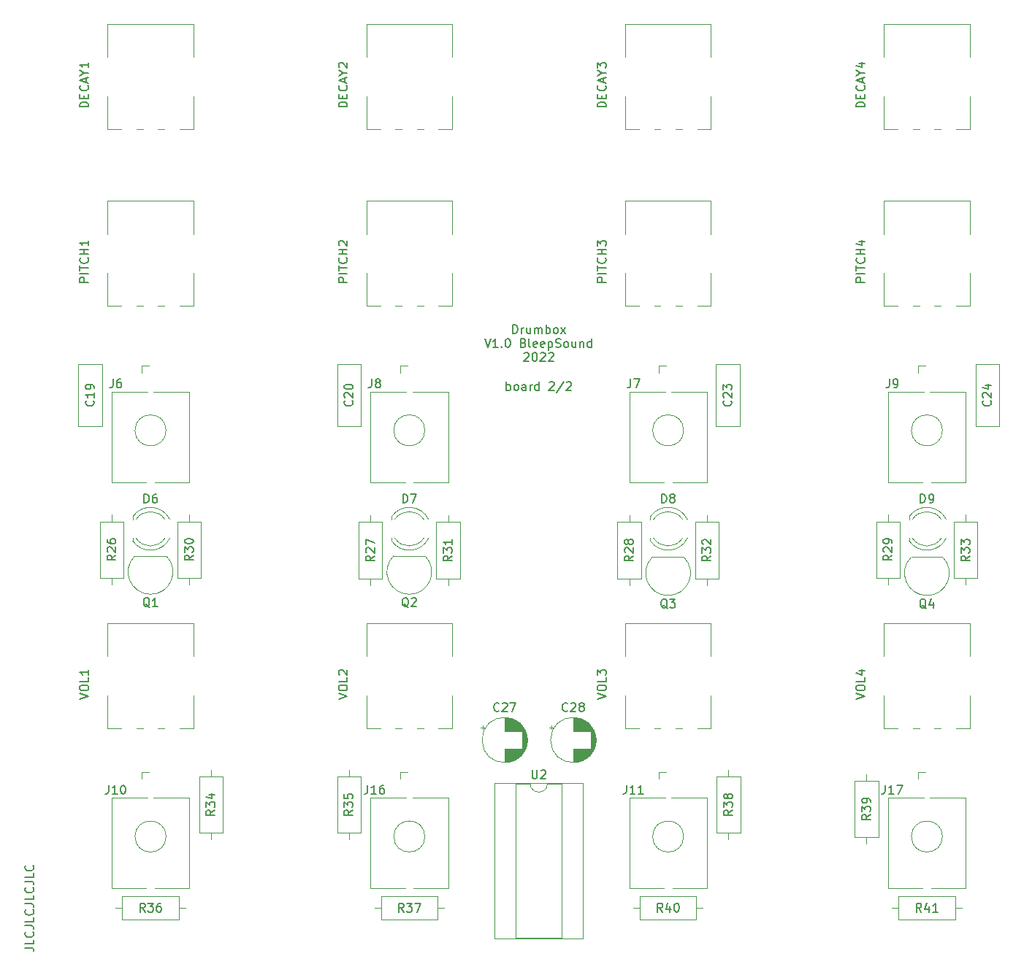
<source format=gto>
G04 #@! TF.GenerationSoftware,KiCad,Pcbnew,(6.0.1)*
G04 #@! TF.CreationDate,2022-02-10T17:18:07+01:00*
G04 #@! TF.ProjectId,Drumbox,4472756d-626f-4782-9e6b-696361645f70,rev?*
G04 #@! TF.SameCoordinates,Original*
G04 #@! TF.FileFunction,Legend,Top*
G04 #@! TF.FilePolarity,Positive*
%FSLAX46Y46*%
G04 Gerber Fmt 4.6, Leading zero omitted, Abs format (unit mm)*
G04 Created by KiCad (PCBNEW (6.0.1)) date 2022-02-10 17:18:07*
%MOMM*%
%LPD*%
G01*
G04 APERTURE LIST*
%ADD10C,0.150000*%
%ADD11C,0.120000*%
%ADD12C,4.000000*%
%ADD13C,1.800000*%
%ADD14C,1.600000*%
%ADD15O,1.600000X1.600000*%
%ADD16R,1.050000X1.500000*%
%ADD17O,1.050000X1.500000*%
%ADD18R,1.800000X1.800000*%
%ADD19R,1.600000X1.600000*%
%ADD20R,1.930000X1.830000*%
%ADD21C,2.130000*%
%ADD22R,1.700000X1.700000*%
%ADD23O,1.700000X1.700000*%
G04 APERTURE END LIST*
D10*
X129761904Y-74952380D02*
X129761904Y-73952380D01*
X129761904Y-74333333D02*
X129857142Y-74285714D01*
X130047619Y-74285714D01*
X130142857Y-74333333D01*
X130190476Y-74380952D01*
X130238095Y-74476190D01*
X130238095Y-74761904D01*
X130190476Y-74857142D01*
X130142857Y-74904761D01*
X130047619Y-74952380D01*
X129857142Y-74952380D01*
X129761904Y-74904761D01*
X130809523Y-74952380D02*
X130714285Y-74904761D01*
X130666666Y-74857142D01*
X130619047Y-74761904D01*
X130619047Y-74476190D01*
X130666666Y-74380952D01*
X130714285Y-74333333D01*
X130809523Y-74285714D01*
X130952380Y-74285714D01*
X131047619Y-74333333D01*
X131095238Y-74380952D01*
X131142857Y-74476190D01*
X131142857Y-74761904D01*
X131095238Y-74857142D01*
X131047619Y-74904761D01*
X130952380Y-74952380D01*
X130809523Y-74952380D01*
X132000000Y-74952380D02*
X132000000Y-74428571D01*
X131952380Y-74333333D01*
X131857142Y-74285714D01*
X131666666Y-74285714D01*
X131571428Y-74333333D01*
X132000000Y-74904761D02*
X131904761Y-74952380D01*
X131666666Y-74952380D01*
X131571428Y-74904761D01*
X131523809Y-74809523D01*
X131523809Y-74714285D01*
X131571428Y-74619047D01*
X131666666Y-74571428D01*
X131904761Y-74571428D01*
X132000000Y-74523809D01*
X132476190Y-74952380D02*
X132476190Y-74285714D01*
X132476190Y-74476190D02*
X132523809Y-74380952D01*
X132571428Y-74333333D01*
X132666666Y-74285714D01*
X132761904Y-74285714D01*
X133523809Y-74952380D02*
X133523809Y-73952380D01*
X133523809Y-74904761D02*
X133428571Y-74952380D01*
X133238095Y-74952380D01*
X133142857Y-74904761D01*
X133095238Y-74857142D01*
X133047619Y-74761904D01*
X133047619Y-74476190D01*
X133095238Y-74380952D01*
X133142857Y-74333333D01*
X133238095Y-74285714D01*
X133428571Y-74285714D01*
X133523809Y-74333333D01*
X134714285Y-74047619D02*
X134761904Y-74000000D01*
X134857142Y-73952380D01*
X135095238Y-73952380D01*
X135190476Y-74000000D01*
X135238095Y-74047619D01*
X135285714Y-74142857D01*
X135285714Y-74238095D01*
X135238095Y-74380952D01*
X134666666Y-74952380D01*
X135285714Y-74952380D01*
X136428571Y-73904761D02*
X135571428Y-75190476D01*
X136714285Y-74047619D02*
X136761904Y-74000000D01*
X136857142Y-73952380D01*
X137095238Y-73952380D01*
X137190476Y-74000000D01*
X137238095Y-74047619D01*
X137285714Y-74142857D01*
X137285714Y-74238095D01*
X137238095Y-74380952D01*
X136666666Y-74952380D01*
X137285714Y-74952380D01*
X130500000Y-68342380D02*
X130500000Y-67342380D01*
X130738095Y-67342380D01*
X130880952Y-67390000D01*
X130976190Y-67485238D01*
X131023809Y-67580476D01*
X131071428Y-67770952D01*
X131071428Y-67913809D01*
X131023809Y-68104285D01*
X130976190Y-68199523D01*
X130880952Y-68294761D01*
X130738095Y-68342380D01*
X130500000Y-68342380D01*
X131500000Y-68342380D02*
X131500000Y-67675714D01*
X131500000Y-67866190D02*
X131547619Y-67770952D01*
X131595238Y-67723333D01*
X131690476Y-67675714D01*
X131785714Y-67675714D01*
X132547619Y-67675714D02*
X132547619Y-68342380D01*
X132119047Y-67675714D02*
X132119047Y-68199523D01*
X132166666Y-68294761D01*
X132261904Y-68342380D01*
X132404761Y-68342380D01*
X132500000Y-68294761D01*
X132547619Y-68247142D01*
X133023809Y-68342380D02*
X133023809Y-67675714D01*
X133023809Y-67770952D02*
X133071428Y-67723333D01*
X133166666Y-67675714D01*
X133309523Y-67675714D01*
X133404761Y-67723333D01*
X133452380Y-67818571D01*
X133452380Y-68342380D01*
X133452380Y-67818571D02*
X133500000Y-67723333D01*
X133595238Y-67675714D01*
X133738095Y-67675714D01*
X133833333Y-67723333D01*
X133880952Y-67818571D01*
X133880952Y-68342380D01*
X134357142Y-68342380D02*
X134357142Y-67342380D01*
X134357142Y-67723333D02*
X134452380Y-67675714D01*
X134642857Y-67675714D01*
X134738095Y-67723333D01*
X134785714Y-67770952D01*
X134833333Y-67866190D01*
X134833333Y-68151904D01*
X134785714Y-68247142D01*
X134738095Y-68294761D01*
X134642857Y-68342380D01*
X134452380Y-68342380D01*
X134357142Y-68294761D01*
X135404761Y-68342380D02*
X135309523Y-68294761D01*
X135261904Y-68247142D01*
X135214285Y-68151904D01*
X135214285Y-67866190D01*
X135261904Y-67770952D01*
X135309523Y-67723333D01*
X135404761Y-67675714D01*
X135547619Y-67675714D01*
X135642857Y-67723333D01*
X135690476Y-67770952D01*
X135738095Y-67866190D01*
X135738095Y-68151904D01*
X135690476Y-68247142D01*
X135642857Y-68294761D01*
X135547619Y-68342380D01*
X135404761Y-68342380D01*
X136071428Y-68342380D02*
X136595238Y-67675714D01*
X136071428Y-67675714D02*
X136595238Y-68342380D01*
X127238095Y-68952380D02*
X127571428Y-69952380D01*
X127904761Y-68952380D01*
X128761904Y-69952380D02*
X128190476Y-69952380D01*
X128476190Y-69952380D02*
X128476190Y-68952380D01*
X128380952Y-69095238D01*
X128285714Y-69190476D01*
X128190476Y-69238095D01*
X129190476Y-69857142D02*
X129238095Y-69904761D01*
X129190476Y-69952380D01*
X129142857Y-69904761D01*
X129190476Y-69857142D01*
X129190476Y-69952380D01*
X129857142Y-68952380D02*
X129952380Y-68952380D01*
X130047619Y-69000000D01*
X130095238Y-69047619D01*
X130142857Y-69142857D01*
X130190476Y-69333333D01*
X130190476Y-69571428D01*
X130142857Y-69761904D01*
X130095238Y-69857142D01*
X130047619Y-69904761D01*
X129952380Y-69952380D01*
X129857142Y-69952380D01*
X129761904Y-69904761D01*
X129714285Y-69857142D01*
X129666666Y-69761904D01*
X129619047Y-69571428D01*
X129619047Y-69333333D01*
X129666666Y-69142857D01*
X129714285Y-69047619D01*
X129761904Y-69000000D01*
X129857142Y-68952380D01*
X131714285Y-69428571D02*
X131857142Y-69476190D01*
X131904761Y-69523809D01*
X131952380Y-69619047D01*
X131952380Y-69761904D01*
X131904761Y-69857142D01*
X131857142Y-69904761D01*
X131761904Y-69952380D01*
X131380952Y-69952380D01*
X131380952Y-68952380D01*
X131714285Y-68952380D01*
X131809523Y-69000000D01*
X131857142Y-69047619D01*
X131904761Y-69142857D01*
X131904761Y-69238095D01*
X131857142Y-69333333D01*
X131809523Y-69380952D01*
X131714285Y-69428571D01*
X131380952Y-69428571D01*
X132523809Y-69952380D02*
X132428571Y-69904761D01*
X132380952Y-69809523D01*
X132380952Y-68952380D01*
X133285714Y-69904761D02*
X133190476Y-69952380D01*
X133000000Y-69952380D01*
X132904761Y-69904761D01*
X132857142Y-69809523D01*
X132857142Y-69428571D01*
X132904761Y-69333333D01*
X133000000Y-69285714D01*
X133190476Y-69285714D01*
X133285714Y-69333333D01*
X133333333Y-69428571D01*
X133333333Y-69523809D01*
X132857142Y-69619047D01*
X134142857Y-69904761D02*
X134047619Y-69952380D01*
X133857142Y-69952380D01*
X133761904Y-69904761D01*
X133714285Y-69809523D01*
X133714285Y-69428571D01*
X133761904Y-69333333D01*
X133857142Y-69285714D01*
X134047619Y-69285714D01*
X134142857Y-69333333D01*
X134190476Y-69428571D01*
X134190476Y-69523809D01*
X133714285Y-69619047D01*
X134619047Y-69285714D02*
X134619047Y-70285714D01*
X134619047Y-69333333D02*
X134714285Y-69285714D01*
X134904761Y-69285714D01*
X135000000Y-69333333D01*
X135047619Y-69380952D01*
X135095238Y-69476190D01*
X135095238Y-69761904D01*
X135047619Y-69857142D01*
X135000000Y-69904761D01*
X134904761Y-69952380D01*
X134714285Y-69952380D01*
X134619047Y-69904761D01*
X135476190Y-69904761D02*
X135619047Y-69952380D01*
X135857142Y-69952380D01*
X135952380Y-69904761D01*
X136000000Y-69857142D01*
X136047619Y-69761904D01*
X136047619Y-69666666D01*
X136000000Y-69571428D01*
X135952380Y-69523809D01*
X135857142Y-69476190D01*
X135666666Y-69428571D01*
X135571428Y-69380952D01*
X135523809Y-69333333D01*
X135476190Y-69238095D01*
X135476190Y-69142857D01*
X135523809Y-69047619D01*
X135571428Y-69000000D01*
X135666666Y-68952380D01*
X135904761Y-68952380D01*
X136047619Y-69000000D01*
X136619047Y-69952380D02*
X136523809Y-69904761D01*
X136476190Y-69857142D01*
X136428571Y-69761904D01*
X136428571Y-69476190D01*
X136476190Y-69380952D01*
X136523809Y-69333333D01*
X136619047Y-69285714D01*
X136761904Y-69285714D01*
X136857142Y-69333333D01*
X136904761Y-69380952D01*
X136952380Y-69476190D01*
X136952380Y-69761904D01*
X136904761Y-69857142D01*
X136857142Y-69904761D01*
X136761904Y-69952380D01*
X136619047Y-69952380D01*
X137809523Y-69285714D02*
X137809523Y-69952380D01*
X137380952Y-69285714D02*
X137380952Y-69809523D01*
X137428571Y-69904761D01*
X137523809Y-69952380D01*
X137666666Y-69952380D01*
X137761904Y-69904761D01*
X137809523Y-69857142D01*
X138285714Y-69285714D02*
X138285714Y-69952380D01*
X138285714Y-69380952D02*
X138333333Y-69333333D01*
X138428571Y-69285714D01*
X138571428Y-69285714D01*
X138666666Y-69333333D01*
X138714285Y-69428571D01*
X138714285Y-69952380D01*
X139619047Y-69952380D02*
X139619047Y-68952380D01*
X139619047Y-69904761D02*
X139523809Y-69952380D01*
X139333333Y-69952380D01*
X139238095Y-69904761D01*
X139190476Y-69857142D01*
X139142857Y-69761904D01*
X139142857Y-69476190D01*
X139190476Y-69380952D01*
X139238095Y-69333333D01*
X139333333Y-69285714D01*
X139523809Y-69285714D01*
X139619047Y-69333333D01*
X131785714Y-70657619D02*
X131833333Y-70610000D01*
X131928571Y-70562380D01*
X132166666Y-70562380D01*
X132261904Y-70610000D01*
X132309523Y-70657619D01*
X132357142Y-70752857D01*
X132357142Y-70848095D01*
X132309523Y-70990952D01*
X131738095Y-71562380D01*
X132357142Y-71562380D01*
X132976190Y-70562380D02*
X133071428Y-70562380D01*
X133166666Y-70610000D01*
X133214285Y-70657619D01*
X133261904Y-70752857D01*
X133309523Y-70943333D01*
X133309523Y-71181428D01*
X133261904Y-71371904D01*
X133214285Y-71467142D01*
X133166666Y-71514761D01*
X133071428Y-71562380D01*
X132976190Y-71562380D01*
X132880952Y-71514761D01*
X132833333Y-71467142D01*
X132785714Y-71371904D01*
X132738095Y-71181428D01*
X132738095Y-70943333D01*
X132785714Y-70752857D01*
X132833333Y-70657619D01*
X132880952Y-70610000D01*
X132976190Y-70562380D01*
X133690476Y-70657619D02*
X133738095Y-70610000D01*
X133833333Y-70562380D01*
X134071428Y-70562380D01*
X134166666Y-70610000D01*
X134214285Y-70657619D01*
X134261904Y-70752857D01*
X134261904Y-70848095D01*
X134214285Y-70990952D01*
X133642857Y-71562380D01*
X134261904Y-71562380D01*
X134642857Y-70657619D02*
X134690476Y-70610000D01*
X134785714Y-70562380D01*
X135023809Y-70562380D01*
X135119047Y-70610000D01*
X135166666Y-70657619D01*
X135214285Y-70752857D01*
X135214285Y-70848095D01*
X135166666Y-70990952D01*
X134595238Y-71562380D01*
X135214285Y-71562380D01*
X73952380Y-139619047D02*
X74666666Y-139619047D01*
X74809523Y-139666666D01*
X74904761Y-139761904D01*
X74952380Y-139904761D01*
X74952380Y-140000000D01*
X74952380Y-138666666D02*
X74952380Y-139142857D01*
X73952380Y-139142857D01*
X74857142Y-137761904D02*
X74904761Y-137809523D01*
X74952380Y-137952380D01*
X74952380Y-138047619D01*
X74904761Y-138190476D01*
X74809523Y-138285714D01*
X74714285Y-138333333D01*
X74523809Y-138380952D01*
X74380952Y-138380952D01*
X74190476Y-138333333D01*
X74095238Y-138285714D01*
X74000000Y-138190476D01*
X73952380Y-138047619D01*
X73952380Y-137952380D01*
X74000000Y-137809523D01*
X74047619Y-137761904D01*
X73952380Y-137047619D02*
X74666666Y-137047619D01*
X74809523Y-137095238D01*
X74904761Y-137190476D01*
X74952380Y-137333333D01*
X74952380Y-137428571D01*
X74952380Y-136095238D02*
X74952380Y-136571428D01*
X73952380Y-136571428D01*
X74857142Y-135190476D02*
X74904761Y-135238095D01*
X74952380Y-135380952D01*
X74952380Y-135476190D01*
X74904761Y-135619047D01*
X74809523Y-135714285D01*
X74714285Y-135761904D01*
X74523809Y-135809523D01*
X74380952Y-135809523D01*
X74190476Y-135761904D01*
X74095238Y-135714285D01*
X74000000Y-135619047D01*
X73952380Y-135476190D01*
X73952380Y-135380952D01*
X74000000Y-135238095D01*
X74047619Y-135190476D01*
X73952380Y-134476190D02*
X74666666Y-134476190D01*
X74809523Y-134523809D01*
X74904761Y-134619047D01*
X74952380Y-134761904D01*
X74952380Y-134857142D01*
X74952380Y-133523809D02*
X74952380Y-134000000D01*
X73952380Y-134000000D01*
X74857142Y-132619047D02*
X74904761Y-132666666D01*
X74952380Y-132809523D01*
X74952380Y-132904761D01*
X74904761Y-133047619D01*
X74809523Y-133142857D01*
X74714285Y-133190476D01*
X74523809Y-133238095D01*
X74380952Y-133238095D01*
X74190476Y-133190476D01*
X74095238Y-133142857D01*
X74000000Y-133047619D01*
X73952380Y-132904761D01*
X73952380Y-132809523D01*
X74000000Y-132666666D01*
X74047619Y-132619047D01*
X73952380Y-131904761D02*
X74666666Y-131904761D01*
X74809523Y-131952380D01*
X74904761Y-132047619D01*
X74952380Y-132190476D01*
X74952380Y-132285714D01*
X74952380Y-130952380D02*
X74952380Y-131428571D01*
X73952380Y-131428571D01*
X74857142Y-130047619D02*
X74904761Y-130095238D01*
X74952380Y-130238095D01*
X74952380Y-130333333D01*
X74904761Y-130476190D01*
X74809523Y-130571428D01*
X74714285Y-130619047D01*
X74523809Y-130666666D01*
X74380952Y-130666666D01*
X74190476Y-130619047D01*
X74095238Y-130571428D01*
X74000000Y-130476190D01*
X73952380Y-130333333D01*
X73952380Y-130238095D01*
X74000000Y-130095238D01*
X74047619Y-130047619D01*
X81302380Y-42047619D02*
X80302380Y-42047619D01*
X80302380Y-41809523D01*
X80350000Y-41666666D01*
X80445238Y-41571428D01*
X80540476Y-41523809D01*
X80730952Y-41476190D01*
X80873809Y-41476190D01*
X81064285Y-41523809D01*
X81159523Y-41571428D01*
X81254761Y-41666666D01*
X81302380Y-41809523D01*
X81302380Y-42047619D01*
X80778571Y-41047619D02*
X80778571Y-40714285D01*
X81302380Y-40571428D02*
X81302380Y-41047619D01*
X80302380Y-41047619D01*
X80302380Y-40571428D01*
X81207142Y-39571428D02*
X81254761Y-39619047D01*
X81302380Y-39761904D01*
X81302380Y-39857142D01*
X81254761Y-40000000D01*
X81159523Y-40095238D01*
X81064285Y-40142857D01*
X80873809Y-40190476D01*
X80730952Y-40190476D01*
X80540476Y-40142857D01*
X80445238Y-40095238D01*
X80350000Y-40000000D01*
X80302380Y-39857142D01*
X80302380Y-39761904D01*
X80350000Y-39619047D01*
X80397619Y-39571428D01*
X81016666Y-39190476D02*
X81016666Y-38714285D01*
X81302380Y-39285714D02*
X80302380Y-38952380D01*
X81302380Y-38619047D01*
X80826190Y-38095238D02*
X81302380Y-38095238D01*
X80302380Y-38428571D02*
X80826190Y-38095238D01*
X80302380Y-37761904D01*
X81302380Y-36904761D02*
X81302380Y-37476190D01*
X81302380Y-37190476D02*
X80302380Y-37190476D01*
X80445238Y-37285714D01*
X80540476Y-37380952D01*
X80588095Y-37476190D01*
X84457380Y-94062857D02*
X83981190Y-94396190D01*
X84457380Y-94634285D02*
X83457380Y-94634285D01*
X83457380Y-94253333D01*
X83505000Y-94158095D01*
X83552619Y-94110476D01*
X83647857Y-94062857D01*
X83790714Y-94062857D01*
X83885952Y-94110476D01*
X83933571Y-94158095D01*
X83981190Y-94253333D01*
X83981190Y-94634285D01*
X83552619Y-93681904D02*
X83505000Y-93634285D01*
X83457380Y-93539047D01*
X83457380Y-93300952D01*
X83505000Y-93205714D01*
X83552619Y-93158095D01*
X83647857Y-93110476D01*
X83743095Y-93110476D01*
X83885952Y-93158095D01*
X84457380Y-93729523D01*
X84457380Y-93110476D01*
X83457380Y-92253333D02*
X83457380Y-92443809D01*
X83505000Y-92539047D01*
X83552619Y-92586666D01*
X83695476Y-92681904D01*
X83885952Y-92729523D01*
X84266904Y-92729523D01*
X84362142Y-92681904D01*
X84409761Y-92634285D01*
X84457380Y-92539047D01*
X84457380Y-92348571D01*
X84409761Y-92253333D01*
X84362142Y-92205714D01*
X84266904Y-92158095D01*
X84028809Y-92158095D01*
X83933571Y-92205714D01*
X83885952Y-92253333D01*
X83838333Y-92348571D01*
X83838333Y-92539047D01*
X83885952Y-92634285D01*
X83933571Y-92681904D01*
X84028809Y-92729523D01*
X148404761Y-100247619D02*
X148309523Y-100200000D01*
X148214285Y-100104761D01*
X148071428Y-99961904D01*
X147976190Y-99914285D01*
X147880952Y-99914285D01*
X147928571Y-100152380D02*
X147833333Y-100104761D01*
X147738095Y-100009523D01*
X147690476Y-99819047D01*
X147690476Y-99485714D01*
X147738095Y-99295238D01*
X147833333Y-99200000D01*
X147928571Y-99152380D01*
X148119047Y-99152380D01*
X148214285Y-99200000D01*
X148309523Y-99295238D01*
X148357142Y-99485714D01*
X148357142Y-99819047D01*
X148309523Y-100009523D01*
X148214285Y-100104761D01*
X148119047Y-100152380D01*
X147928571Y-100152380D01*
X148690476Y-99152380D02*
X149309523Y-99152380D01*
X148976190Y-99533333D01*
X149119047Y-99533333D01*
X149214285Y-99580952D01*
X149261904Y-99628571D01*
X149309523Y-99723809D01*
X149309523Y-99961904D01*
X149261904Y-100057142D01*
X149214285Y-100104761D01*
X149119047Y-100152380D01*
X148833333Y-100152380D01*
X148738095Y-100104761D01*
X148690476Y-100057142D01*
X111932380Y-123642857D02*
X111456190Y-123976190D01*
X111932380Y-124214285D02*
X110932380Y-124214285D01*
X110932380Y-123833333D01*
X110980000Y-123738095D01*
X111027619Y-123690476D01*
X111122857Y-123642857D01*
X111265714Y-123642857D01*
X111360952Y-123690476D01*
X111408571Y-123738095D01*
X111456190Y-123833333D01*
X111456190Y-124214285D01*
X110932380Y-123309523D02*
X110932380Y-122690476D01*
X111313333Y-123023809D01*
X111313333Y-122880952D01*
X111360952Y-122785714D01*
X111408571Y-122738095D01*
X111503809Y-122690476D01*
X111741904Y-122690476D01*
X111837142Y-122738095D01*
X111884761Y-122785714D01*
X111932380Y-122880952D01*
X111932380Y-123166666D01*
X111884761Y-123261904D01*
X111837142Y-123309523D01*
X110932380Y-121785714D02*
X110932380Y-122261904D01*
X111408571Y-122309523D01*
X111360952Y-122261904D01*
X111313333Y-122166666D01*
X111313333Y-121928571D01*
X111360952Y-121833333D01*
X111408571Y-121785714D01*
X111503809Y-121738095D01*
X111741904Y-121738095D01*
X111837142Y-121785714D01*
X111884761Y-121833333D01*
X111932380Y-121928571D01*
X111932380Y-122166666D01*
X111884761Y-122261904D01*
X111837142Y-122309523D01*
X81302380Y-62380952D02*
X80302380Y-62380952D01*
X80302380Y-62000000D01*
X80350000Y-61904761D01*
X80397619Y-61857142D01*
X80492857Y-61809523D01*
X80635714Y-61809523D01*
X80730952Y-61857142D01*
X80778571Y-61904761D01*
X80826190Y-62000000D01*
X80826190Y-62380952D01*
X81302380Y-61380952D02*
X80302380Y-61380952D01*
X80302380Y-61047619D02*
X80302380Y-60476190D01*
X81302380Y-60761904D02*
X80302380Y-60761904D01*
X81207142Y-59571428D02*
X81254761Y-59619047D01*
X81302380Y-59761904D01*
X81302380Y-59857142D01*
X81254761Y-60000000D01*
X81159523Y-60095238D01*
X81064285Y-60142857D01*
X80873809Y-60190476D01*
X80730952Y-60190476D01*
X80540476Y-60142857D01*
X80445238Y-60095238D01*
X80350000Y-60000000D01*
X80302380Y-59857142D01*
X80302380Y-59761904D01*
X80350000Y-59619047D01*
X80397619Y-59571428D01*
X81302380Y-59142857D02*
X80302380Y-59142857D01*
X80778571Y-59142857D02*
X80778571Y-58571428D01*
X81302380Y-58571428D02*
X80302380Y-58571428D01*
X81302380Y-57571428D02*
X81302380Y-58142857D01*
X81302380Y-57857142D02*
X80302380Y-57857142D01*
X80445238Y-57952380D01*
X80540476Y-58047619D01*
X80588095Y-58142857D01*
X153452380Y-94142857D02*
X152976190Y-94476190D01*
X153452380Y-94714285D02*
X152452380Y-94714285D01*
X152452380Y-94333333D01*
X152500000Y-94238095D01*
X152547619Y-94190476D01*
X152642857Y-94142857D01*
X152785714Y-94142857D01*
X152880952Y-94190476D01*
X152928571Y-94238095D01*
X152976190Y-94333333D01*
X152976190Y-94714285D01*
X152452380Y-93809523D02*
X152452380Y-93190476D01*
X152833333Y-93523809D01*
X152833333Y-93380952D01*
X152880952Y-93285714D01*
X152928571Y-93238095D01*
X153023809Y-93190476D01*
X153261904Y-93190476D01*
X153357142Y-93238095D01*
X153404761Y-93285714D01*
X153452380Y-93380952D01*
X153452380Y-93666666D01*
X153404761Y-93761904D01*
X153357142Y-93809523D01*
X152547619Y-92809523D02*
X152500000Y-92761904D01*
X152452380Y-92666666D01*
X152452380Y-92428571D01*
X152500000Y-92333333D01*
X152547619Y-92285714D01*
X152642857Y-92238095D01*
X152738095Y-92238095D01*
X152880952Y-92285714D01*
X153452380Y-92857142D01*
X153452380Y-92238095D01*
X177756904Y-87992380D02*
X177756904Y-86992380D01*
X177995000Y-86992380D01*
X178137857Y-87040000D01*
X178233095Y-87135238D01*
X178280714Y-87230476D01*
X178328333Y-87420952D01*
X178328333Y-87563809D01*
X178280714Y-87754285D01*
X178233095Y-87849523D01*
X178137857Y-87944761D01*
X177995000Y-87992380D01*
X177756904Y-87992380D01*
X178804523Y-87992380D02*
X178995000Y-87992380D01*
X179090238Y-87944761D01*
X179137857Y-87897142D01*
X179233095Y-87754285D01*
X179280714Y-87563809D01*
X179280714Y-87182857D01*
X179233095Y-87087619D01*
X179185476Y-87040000D01*
X179090238Y-86992380D01*
X178899761Y-86992380D01*
X178804523Y-87040000D01*
X178756904Y-87087619D01*
X178709285Y-87182857D01*
X178709285Y-87420952D01*
X178756904Y-87516190D01*
X178804523Y-87563809D01*
X178899761Y-87611428D01*
X179090238Y-87611428D01*
X179185476Y-87563809D01*
X179233095Y-87516190D01*
X179280714Y-87420952D01*
X117756904Y-87992380D02*
X117756904Y-86992380D01*
X117995000Y-86992380D01*
X118137857Y-87040000D01*
X118233095Y-87135238D01*
X118280714Y-87230476D01*
X118328333Y-87420952D01*
X118328333Y-87563809D01*
X118280714Y-87754285D01*
X118233095Y-87849523D01*
X118137857Y-87944761D01*
X117995000Y-87992380D01*
X117756904Y-87992380D01*
X118661666Y-86992380D02*
X119328333Y-86992380D01*
X118899761Y-87992380D01*
X136857142Y-112107142D02*
X136809523Y-112154761D01*
X136666666Y-112202380D01*
X136571428Y-112202380D01*
X136428571Y-112154761D01*
X136333333Y-112059523D01*
X136285714Y-111964285D01*
X136238095Y-111773809D01*
X136238095Y-111630952D01*
X136285714Y-111440476D01*
X136333333Y-111345238D01*
X136428571Y-111250000D01*
X136571428Y-111202380D01*
X136666666Y-111202380D01*
X136809523Y-111250000D01*
X136857142Y-111297619D01*
X137238095Y-111297619D02*
X137285714Y-111250000D01*
X137380952Y-111202380D01*
X137619047Y-111202380D01*
X137714285Y-111250000D01*
X137761904Y-111297619D01*
X137809523Y-111392857D01*
X137809523Y-111488095D01*
X137761904Y-111630952D01*
X137190476Y-112202380D01*
X137809523Y-112202380D01*
X138380952Y-111630952D02*
X138285714Y-111583333D01*
X138238095Y-111535714D01*
X138190476Y-111440476D01*
X138190476Y-111392857D01*
X138238095Y-111297619D01*
X138285714Y-111250000D01*
X138380952Y-111202380D01*
X138571428Y-111202380D01*
X138666666Y-111250000D01*
X138714285Y-111297619D01*
X138761904Y-111392857D01*
X138761904Y-111440476D01*
X138714285Y-111535714D01*
X138666666Y-111583333D01*
X138571428Y-111630952D01*
X138380952Y-111630952D01*
X138285714Y-111678571D01*
X138238095Y-111726190D01*
X138190476Y-111821428D01*
X138190476Y-112011904D01*
X138238095Y-112107142D01*
X138285714Y-112154761D01*
X138380952Y-112202380D01*
X138571428Y-112202380D01*
X138666666Y-112154761D01*
X138714285Y-112107142D01*
X138761904Y-112011904D01*
X138761904Y-111821428D01*
X138714285Y-111726190D01*
X138666666Y-111678571D01*
X138571428Y-111630952D01*
X183452380Y-94142857D02*
X182976190Y-94476190D01*
X183452380Y-94714285D02*
X182452380Y-94714285D01*
X182452380Y-94333333D01*
X182500000Y-94238095D01*
X182547619Y-94190476D01*
X182642857Y-94142857D01*
X182785714Y-94142857D01*
X182880952Y-94190476D01*
X182928571Y-94238095D01*
X182976190Y-94333333D01*
X182976190Y-94714285D01*
X182452380Y-93809523D02*
X182452380Y-93190476D01*
X182833333Y-93523809D01*
X182833333Y-93380952D01*
X182880952Y-93285714D01*
X182928571Y-93238095D01*
X183023809Y-93190476D01*
X183261904Y-93190476D01*
X183357142Y-93238095D01*
X183404761Y-93285714D01*
X183452380Y-93380952D01*
X183452380Y-93666666D01*
X183404761Y-93761904D01*
X183357142Y-93809523D01*
X182452380Y-92857142D02*
X182452380Y-92238095D01*
X182833333Y-92571428D01*
X182833333Y-92428571D01*
X182880952Y-92333333D01*
X182928571Y-92285714D01*
X183023809Y-92238095D01*
X183261904Y-92238095D01*
X183357142Y-92285714D01*
X183404761Y-92333333D01*
X183452380Y-92428571D01*
X183452380Y-92714285D01*
X183404761Y-92809523D01*
X183357142Y-92857142D01*
X140302380Y-110738095D02*
X141302380Y-110404761D01*
X140302380Y-110071428D01*
X140302380Y-109547619D02*
X140302380Y-109357142D01*
X140350000Y-109261904D01*
X140445238Y-109166666D01*
X140635714Y-109119047D01*
X140969047Y-109119047D01*
X141159523Y-109166666D01*
X141254761Y-109261904D01*
X141302380Y-109357142D01*
X141302380Y-109547619D01*
X141254761Y-109642857D01*
X141159523Y-109738095D01*
X140969047Y-109785714D01*
X140635714Y-109785714D01*
X140445238Y-109738095D01*
X140350000Y-109642857D01*
X140302380Y-109547619D01*
X141302380Y-108214285D02*
X141302380Y-108690476D01*
X140302380Y-108690476D01*
X140302380Y-107976190D02*
X140302380Y-107357142D01*
X140683333Y-107690476D01*
X140683333Y-107547619D01*
X140730952Y-107452380D01*
X140778571Y-107404761D01*
X140873809Y-107357142D01*
X141111904Y-107357142D01*
X141207142Y-107404761D01*
X141254761Y-107452380D01*
X141302380Y-107547619D01*
X141302380Y-107833333D01*
X141254761Y-107928571D01*
X141207142Y-107976190D01*
X144452380Y-94142857D02*
X143976190Y-94476190D01*
X144452380Y-94714285D02*
X143452380Y-94714285D01*
X143452380Y-94333333D01*
X143500000Y-94238095D01*
X143547619Y-94190476D01*
X143642857Y-94142857D01*
X143785714Y-94142857D01*
X143880952Y-94190476D01*
X143928571Y-94238095D01*
X143976190Y-94333333D01*
X143976190Y-94714285D01*
X143547619Y-93761904D02*
X143500000Y-93714285D01*
X143452380Y-93619047D01*
X143452380Y-93380952D01*
X143500000Y-93285714D01*
X143547619Y-93238095D01*
X143642857Y-93190476D01*
X143738095Y-93190476D01*
X143880952Y-93238095D01*
X144452380Y-93809523D01*
X144452380Y-93190476D01*
X143880952Y-92619047D02*
X143833333Y-92714285D01*
X143785714Y-92761904D01*
X143690476Y-92809523D01*
X143642857Y-92809523D01*
X143547619Y-92761904D01*
X143500000Y-92714285D01*
X143452380Y-92619047D01*
X143452380Y-92428571D01*
X143500000Y-92333333D01*
X143547619Y-92285714D01*
X143642857Y-92238095D01*
X143690476Y-92238095D01*
X143785714Y-92285714D01*
X143833333Y-92333333D01*
X143880952Y-92428571D01*
X143880952Y-92619047D01*
X143928571Y-92714285D01*
X143976190Y-92761904D01*
X144071428Y-92809523D01*
X144261904Y-92809523D01*
X144357142Y-92761904D01*
X144404761Y-92714285D01*
X144452380Y-92619047D01*
X144452380Y-92428571D01*
X144404761Y-92333333D01*
X144357142Y-92285714D01*
X144261904Y-92238095D01*
X144071428Y-92238095D01*
X143976190Y-92285714D01*
X143928571Y-92333333D01*
X143880952Y-92428571D01*
X141302380Y-42047619D02*
X140302380Y-42047619D01*
X140302380Y-41809523D01*
X140350000Y-41666666D01*
X140445238Y-41571428D01*
X140540476Y-41523809D01*
X140730952Y-41476190D01*
X140873809Y-41476190D01*
X141064285Y-41523809D01*
X141159523Y-41571428D01*
X141254761Y-41666666D01*
X141302380Y-41809523D01*
X141302380Y-42047619D01*
X140778571Y-41047619D02*
X140778571Y-40714285D01*
X141302380Y-40571428D02*
X141302380Y-41047619D01*
X140302380Y-41047619D01*
X140302380Y-40571428D01*
X141207142Y-39571428D02*
X141254761Y-39619047D01*
X141302380Y-39761904D01*
X141302380Y-39857142D01*
X141254761Y-40000000D01*
X141159523Y-40095238D01*
X141064285Y-40142857D01*
X140873809Y-40190476D01*
X140730952Y-40190476D01*
X140540476Y-40142857D01*
X140445238Y-40095238D01*
X140350000Y-40000000D01*
X140302380Y-39857142D01*
X140302380Y-39761904D01*
X140350000Y-39619047D01*
X140397619Y-39571428D01*
X141016666Y-39190476D02*
X141016666Y-38714285D01*
X141302380Y-39285714D02*
X140302380Y-38952380D01*
X141302380Y-38619047D01*
X140826190Y-38095238D02*
X141302380Y-38095238D01*
X140302380Y-38428571D02*
X140826190Y-38095238D01*
X140302380Y-37761904D01*
X140302380Y-37523809D02*
X140302380Y-36904761D01*
X140683333Y-37238095D01*
X140683333Y-37095238D01*
X140730952Y-37000000D01*
X140778571Y-36952380D01*
X140873809Y-36904761D01*
X141111904Y-36904761D01*
X141207142Y-36952380D01*
X141254761Y-37000000D01*
X141302380Y-37095238D01*
X141302380Y-37380952D01*
X141254761Y-37476190D01*
X141207142Y-37523809D01*
X174452380Y-94062857D02*
X173976190Y-94396190D01*
X174452380Y-94634285D02*
X173452380Y-94634285D01*
X173452380Y-94253333D01*
X173500000Y-94158095D01*
X173547619Y-94110476D01*
X173642857Y-94062857D01*
X173785714Y-94062857D01*
X173880952Y-94110476D01*
X173928571Y-94158095D01*
X173976190Y-94253333D01*
X173976190Y-94634285D01*
X173547619Y-93681904D02*
X173500000Y-93634285D01*
X173452380Y-93539047D01*
X173452380Y-93300952D01*
X173500000Y-93205714D01*
X173547619Y-93158095D01*
X173642857Y-93110476D01*
X173738095Y-93110476D01*
X173880952Y-93158095D01*
X174452380Y-93729523D01*
X174452380Y-93110476D01*
X174452380Y-92634285D02*
X174452380Y-92443809D01*
X174404761Y-92348571D01*
X174357142Y-92300952D01*
X174214285Y-92205714D01*
X174023809Y-92158095D01*
X173642857Y-92158095D01*
X173547619Y-92205714D01*
X173500000Y-92253333D01*
X173452380Y-92348571D01*
X173452380Y-92539047D01*
X173500000Y-92634285D01*
X173547619Y-92681904D01*
X173642857Y-92729523D01*
X173880952Y-92729523D01*
X173976190Y-92681904D01*
X174023809Y-92634285D01*
X174071428Y-92539047D01*
X174071428Y-92348571D01*
X174023809Y-92253333D01*
X173976190Y-92205714D01*
X173880952Y-92158095D01*
X141302380Y-62380952D02*
X140302380Y-62380952D01*
X140302380Y-62000000D01*
X140350000Y-61904761D01*
X140397619Y-61857142D01*
X140492857Y-61809523D01*
X140635714Y-61809523D01*
X140730952Y-61857142D01*
X140778571Y-61904761D01*
X140826190Y-62000000D01*
X140826190Y-62380952D01*
X141302380Y-61380952D02*
X140302380Y-61380952D01*
X140302380Y-61047619D02*
X140302380Y-60476190D01*
X141302380Y-60761904D02*
X140302380Y-60761904D01*
X141207142Y-59571428D02*
X141254761Y-59619047D01*
X141302380Y-59761904D01*
X141302380Y-59857142D01*
X141254761Y-60000000D01*
X141159523Y-60095238D01*
X141064285Y-60142857D01*
X140873809Y-60190476D01*
X140730952Y-60190476D01*
X140540476Y-60142857D01*
X140445238Y-60095238D01*
X140350000Y-60000000D01*
X140302380Y-59857142D01*
X140302380Y-59761904D01*
X140350000Y-59619047D01*
X140397619Y-59571428D01*
X141302380Y-59142857D02*
X140302380Y-59142857D01*
X140778571Y-59142857D02*
X140778571Y-58571428D01*
X141302380Y-58571428D02*
X140302380Y-58571428D01*
X140302380Y-58190476D02*
X140302380Y-57571428D01*
X140683333Y-57904761D01*
X140683333Y-57761904D01*
X140730952Y-57666666D01*
X140778571Y-57619047D01*
X140873809Y-57571428D01*
X141111904Y-57571428D01*
X141207142Y-57619047D01*
X141254761Y-57666666D01*
X141302380Y-57761904D01*
X141302380Y-58047619D01*
X141254761Y-58142857D01*
X141207142Y-58190476D01*
X88404761Y-100107619D02*
X88309523Y-100060000D01*
X88214285Y-99964761D01*
X88071428Y-99821904D01*
X87976190Y-99774285D01*
X87880952Y-99774285D01*
X87928571Y-100012380D02*
X87833333Y-99964761D01*
X87738095Y-99869523D01*
X87690476Y-99679047D01*
X87690476Y-99345714D01*
X87738095Y-99155238D01*
X87833333Y-99060000D01*
X87928571Y-99012380D01*
X88119047Y-99012380D01*
X88214285Y-99060000D01*
X88309523Y-99155238D01*
X88357142Y-99345714D01*
X88357142Y-99679047D01*
X88309523Y-99869523D01*
X88214285Y-99964761D01*
X88119047Y-100012380D01*
X87928571Y-100012380D01*
X89309523Y-100012380D02*
X88738095Y-100012380D01*
X89023809Y-100012380D02*
X89023809Y-99012380D01*
X88928571Y-99155238D01*
X88833333Y-99250476D01*
X88738095Y-99298095D01*
X178404761Y-100247619D02*
X178309523Y-100200000D01*
X178214285Y-100104761D01*
X178071428Y-99961904D01*
X177976190Y-99914285D01*
X177880952Y-99914285D01*
X177928571Y-100152380D02*
X177833333Y-100104761D01*
X177738095Y-100009523D01*
X177690476Y-99819047D01*
X177690476Y-99485714D01*
X177738095Y-99295238D01*
X177833333Y-99200000D01*
X177928571Y-99152380D01*
X178119047Y-99152380D01*
X178214285Y-99200000D01*
X178309523Y-99295238D01*
X178357142Y-99485714D01*
X178357142Y-99819047D01*
X178309523Y-100009523D01*
X178214285Y-100104761D01*
X178119047Y-100152380D01*
X177928571Y-100152380D01*
X179214285Y-99485714D02*
X179214285Y-100152380D01*
X178976190Y-99104761D02*
X178738095Y-99819047D01*
X179357142Y-99819047D01*
X111302380Y-42047619D02*
X110302380Y-42047619D01*
X110302380Y-41809523D01*
X110350000Y-41666666D01*
X110445238Y-41571428D01*
X110540476Y-41523809D01*
X110730952Y-41476190D01*
X110873809Y-41476190D01*
X111064285Y-41523809D01*
X111159523Y-41571428D01*
X111254761Y-41666666D01*
X111302380Y-41809523D01*
X111302380Y-42047619D01*
X110778571Y-41047619D02*
X110778571Y-40714285D01*
X111302380Y-40571428D02*
X111302380Y-41047619D01*
X110302380Y-41047619D01*
X110302380Y-40571428D01*
X111207142Y-39571428D02*
X111254761Y-39619047D01*
X111302380Y-39761904D01*
X111302380Y-39857142D01*
X111254761Y-40000000D01*
X111159523Y-40095238D01*
X111064285Y-40142857D01*
X110873809Y-40190476D01*
X110730952Y-40190476D01*
X110540476Y-40142857D01*
X110445238Y-40095238D01*
X110350000Y-40000000D01*
X110302380Y-39857142D01*
X110302380Y-39761904D01*
X110350000Y-39619047D01*
X110397619Y-39571428D01*
X111016666Y-39190476D02*
X111016666Y-38714285D01*
X111302380Y-39285714D02*
X110302380Y-38952380D01*
X111302380Y-38619047D01*
X110826190Y-38095238D02*
X111302380Y-38095238D01*
X110302380Y-38428571D02*
X110826190Y-38095238D01*
X110302380Y-37761904D01*
X110397619Y-37476190D02*
X110350000Y-37428571D01*
X110302380Y-37333333D01*
X110302380Y-37095238D01*
X110350000Y-37000000D01*
X110397619Y-36952380D01*
X110492857Y-36904761D01*
X110588095Y-36904761D01*
X110730952Y-36952380D01*
X111302380Y-37523809D01*
X111302380Y-36904761D01*
X114136666Y-73632380D02*
X114136666Y-74346666D01*
X114089047Y-74489523D01*
X113993809Y-74584761D01*
X113850952Y-74632380D01*
X113755714Y-74632380D01*
X114755714Y-74060952D02*
X114660476Y-74013333D01*
X114612857Y-73965714D01*
X114565238Y-73870476D01*
X114565238Y-73822857D01*
X114612857Y-73727619D01*
X114660476Y-73680000D01*
X114755714Y-73632380D01*
X114946190Y-73632380D01*
X115041428Y-73680000D01*
X115089047Y-73727619D01*
X115136666Y-73822857D01*
X115136666Y-73870476D01*
X115089047Y-73965714D01*
X115041428Y-74013333D01*
X114946190Y-74060952D01*
X114755714Y-74060952D01*
X114660476Y-74108571D01*
X114612857Y-74156190D01*
X114565238Y-74251428D01*
X114565238Y-74441904D01*
X114612857Y-74537142D01*
X114660476Y-74584761D01*
X114755714Y-74632380D01*
X114946190Y-74632380D01*
X115041428Y-74584761D01*
X115089047Y-74537142D01*
X115136666Y-74441904D01*
X115136666Y-74251428D01*
X115089047Y-74156190D01*
X115041428Y-74108571D01*
X114946190Y-74060952D01*
X177857142Y-135452380D02*
X177523809Y-134976190D01*
X177285714Y-135452380D02*
X177285714Y-134452380D01*
X177666666Y-134452380D01*
X177761904Y-134500000D01*
X177809523Y-134547619D01*
X177857142Y-134642857D01*
X177857142Y-134785714D01*
X177809523Y-134880952D01*
X177761904Y-134928571D01*
X177666666Y-134976190D01*
X177285714Y-134976190D01*
X178714285Y-134785714D02*
X178714285Y-135452380D01*
X178476190Y-134404761D02*
X178238095Y-135119047D01*
X178857142Y-135119047D01*
X179761904Y-135452380D02*
X179190476Y-135452380D01*
X179476190Y-135452380D02*
X179476190Y-134452380D01*
X179380952Y-134595238D01*
X179285714Y-134690476D01*
X179190476Y-134738095D01*
X132748095Y-118997380D02*
X132748095Y-119806904D01*
X132795714Y-119902142D01*
X132843333Y-119949761D01*
X132938571Y-119997380D01*
X133129047Y-119997380D01*
X133224285Y-119949761D01*
X133271904Y-119902142D01*
X133319523Y-119806904D01*
X133319523Y-118997380D01*
X133748095Y-119092619D02*
X133795714Y-119045000D01*
X133890952Y-118997380D01*
X134129047Y-118997380D01*
X134224285Y-119045000D01*
X134271904Y-119092619D01*
X134319523Y-119187857D01*
X134319523Y-119283095D01*
X134271904Y-119425952D01*
X133700476Y-119997380D01*
X134319523Y-119997380D01*
X128902029Y-112107142D02*
X128854410Y-112154761D01*
X128711553Y-112202380D01*
X128616315Y-112202380D01*
X128473458Y-112154761D01*
X128378220Y-112059523D01*
X128330601Y-111964285D01*
X128282982Y-111773809D01*
X128282982Y-111630952D01*
X128330601Y-111440476D01*
X128378220Y-111345238D01*
X128473458Y-111250000D01*
X128616315Y-111202380D01*
X128711553Y-111202380D01*
X128854410Y-111250000D01*
X128902029Y-111297619D01*
X129282982Y-111297619D02*
X129330601Y-111250000D01*
X129425839Y-111202380D01*
X129663934Y-111202380D01*
X129759172Y-111250000D01*
X129806791Y-111297619D01*
X129854410Y-111392857D01*
X129854410Y-111488095D01*
X129806791Y-111630952D01*
X129235363Y-112202380D01*
X129854410Y-112202380D01*
X130187744Y-111202380D02*
X130854410Y-111202380D01*
X130425839Y-112202380D01*
X81857142Y-76142857D02*
X81904761Y-76190476D01*
X81952380Y-76333333D01*
X81952380Y-76428571D01*
X81904761Y-76571428D01*
X81809523Y-76666666D01*
X81714285Y-76714285D01*
X81523809Y-76761904D01*
X81380952Y-76761904D01*
X81190476Y-76714285D01*
X81095238Y-76666666D01*
X81000000Y-76571428D01*
X80952380Y-76428571D01*
X80952380Y-76333333D01*
X81000000Y-76190476D01*
X81047619Y-76142857D01*
X81952380Y-75190476D02*
X81952380Y-75761904D01*
X81952380Y-75476190D02*
X80952380Y-75476190D01*
X81095238Y-75571428D01*
X81190476Y-75666666D01*
X81238095Y-75761904D01*
X81952380Y-74714285D02*
X81952380Y-74523809D01*
X81904761Y-74428571D01*
X81857142Y-74380952D01*
X81714285Y-74285714D01*
X81523809Y-74238095D01*
X81142857Y-74238095D01*
X81047619Y-74285714D01*
X81000000Y-74333333D01*
X80952380Y-74428571D01*
X80952380Y-74619047D01*
X81000000Y-74714285D01*
X81047619Y-74761904D01*
X81142857Y-74809523D01*
X81380952Y-74809523D01*
X81476190Y-74761904D01*
X81523809Y-74714285D01*
X81571428Y-74619047D01*
X81571428Y-74428571D01*
X81523809Y-74333333D01*
X81476190Y-74285714D01*
X81380952Y-74238095D01*
X147756904Y-87992380D02*
X147756904Y-86992380D01*
X147995000Y-86992380D01*
X148137857Y-87040000D01*
X148233095Y-87135238D01*
X148280714Y-87230476D01*
X148328333Y-87420952D01*
X148328333Y-87563809D01*
X148280714Y-87754285D01*
X148233095Y-87849523D01*
X148137857Y-87944761D01*
X147995000Y-87992380D01*
X147756904Y-87992380D01*
X148899761Y-87420952D02*
X148804523Y-87373333D01*
X148756904Y-87325714D01*
X148709285Y-87230476D01*
X148709285Y-87182857D01*
X148756904Y-87087619D01*
X148804523Y-87040000D01*
X148899761Y-86992380D01*
X149090238Y-86992380D01*
X149185476Y-87040000D01*
X149233095Y-87087619D01*
X149280714Y-87182857D01*
X149280714Y-87230476D01*
X149233095Y-87325714D01*
X149185476Y-87373333D01*
X149090238Y-87420952D01*
X148899761Y-87420952D01*
X148804523Y-87468571D01*
X148756904Y-87516190D01*
X148709285Y-87611428D01*
X148709285Y-87801904D01*
X148756904Y-87897142D01*
X148804523Y-87944761D01*
X148899761Y-87992380D01*
X149090238Y-87992380D01*
X149185476Y-87944761D01*
X149233095Y-87897142D01*
X149280714Y-87801904D01*
X149280714Y-87611428D01*
X149233095Y-87516190D01*
X149185476Y-87468571D01*
X149090238Y-87420952D01*
X185857142Y-76142857D02*
X185904761Y-76190476D01*
X185952380Y-76333333D01*
X185952380Y-76428571D01*
X185904761Y-76571428D01*
X185809523Y-76666666D01*
X185714285Y-76714285D01*
X185523809Y-76761904D01*
X185380952Y-76761904D01*
X185190476Y-76714285D01*
X185095238Y-76666666D01*
X185000000Y-76571428D01*
X184952380Y-76428571D01*
X184952380Y-76333333D01*
X185000000Y-76190476D01*
X185047619Y-76142857D01*
X185047619Y-75761904D02*
X185000000Y-75714285D01*
X184952380Y-75619047D01*
X184952380Y-75380952D01*
X185000000Y-75285714D01*
X185047619Y-75238095D01*
X185142857Y-75190476D01*
X185238095Y-75190476D01*
X185380952Y-75238095D01*
X185952380Y-75809523D01*
X185952380Y-75190476D01*
X185285714Y-74333333D02*
X185952380Y-74333333D01*
X184904761Y-74571428D02*
X185619047Y-74809523D01*
X185619047Y-74190476D01*
X111857142Y-76142857D02*
X111904761Y-76190476D01*
X111952380Y-76333333D01*
X111952380Y-76428571D01*
X111904761Y-76571428D01*
X111809523Y-76666666D01*
X111714285Y-76714285D01*
X111523809Y-76761904D01*
X111380952Y-76761904D01*
X111190476Y-76714285D01*
X111095238Y-76666666D01*
X111000000Y-76571428D01*
X110952380Y-76428571D01*
X110952380Y-76333333D01*
X111000000Y-76190476D01*
X111047619Y-76142857D01*
X111047619Y-75761904D02*
X111000000Y-75714285D01*
X110952380Y-75619047D01*
X110952380Y-75380952D01*
X111000000Y-75285714D01*
X111047619Y-75238095D01*
X111142857Y-75190476D01*
X111238095Y-75190476D01*
X111380952Y-75238095D01*
X111952380Y-75809523D01*
X111952380Y-75190476D01*
X110952380Y-74571428D02*
X110952380Y-74476190D01*
X111000000Y-74380952D01*
X111047619Y-74333333D01*
X111142857Y-74285714D01*
X111333333Y-74238095D01*
X111571428Y-74238095D01*
X111761904Y-74285714D01*
X111857142Y-74333333D01*
X111904761Y-74380952D01*
X111952380Y-74476190D01*
X111952380Y-74571428D01*
X111904761Y-74666666D01*
X111857142Y-74714285D01*
X111761904Y-74761904D01*
X111571428Y-74809523D01*
X111333333Y-74809523D01*
X111142857Y-74761904D01*
X111047619Y-74714285D01*
X111000000Y-74666666D01*
X110952380Y-74571428D01*
X171302380Y-62380952D02*
X170302380Y-62380952D01*
X170302380Y-62000000D01*
X170350000Y-61904761D01*
X170397619Y-61857142D01*
X170492857Y-61809523D01*
X170635714Y-61809523D01*
X170730952Y-61857142D01*
X170778571Y-61904761D01*
X170826190Y-62000000D01*
X170826190Y-62380952D01*
X171302380Y-61380952D02*
X170302380Y-61380952D01*
X170302380Y-61047619D02*
X170302380Y-60476190D01*
X171302380Y-60761904D02*
X170302380Y-60761904D01*
X171207142Y-59571428D02*
X171254761Y-59619047D01*
X171302380Y-59761904D01*
X171302380Y-59857142D01*
X171254761Y-60000000D01*
X171159523Y-60095238D01*
X171064285Y-60142857D01*
X170873809Y-60190476D01*
X170730952Y-60190476D01*
X170540476Y-60142857D01*
X170445238Y-60095238D01*
X170350000Y-60000000D01*
X170302380Y-59857142D01*
X170302380Y-59761904D01*
X170350000Y-59619047D01*
X170397619Y-59571428D01*
X171302380Y-59142857D02*
X170302380Y-59142857D01*
X170778571Y-59142857D02*
X170778571Y-58571428D01*
X171302380Y-58571428D02*
X170302380Y-58571428D01*
X170635714Y-57666666D02*
X171302380Y-57666666D01*
X170254761Y-57904761D02*
X170969047Y-58142857D01*
X170969047Y-57523809D01*
X171952380Y-124142857D02*
X171476190Y-124476190D01*
X171952380Y-124714285D02*
X170952380Y-124714285D01*
X170952380Y-124333333D01*
X171000000Y-124238095D01*
X171047619Y-124190476D01*
X171142857Y-124142857D01*
X171285714Y-124142857D01*
X171380952Y-124190476D01*
X171428571Y-124238095D01*
X171476190Y-124333333D01*
X171476190Y-124714285D01*
X170952380Y-123809523D02*
X170952380Y-123190476D01*
X171333333Y-123523809D01*
X171333333Y-123380952D01*
X171380952Y-123285714D01*
X171428571Y-123238095D01*
X171523809Y-123190476D01*
X171761904Y-123190476D01*
X171857142Y-123238095D01*
X171904761Y-123285714D01*
X171952380Y-123380952D01*
X171952380Y-123666666D01*
X171904761Y-123761904D01*
X171857142Y-123809523D01*
X171952380Y-122714285D02*
X171952380Y-122523809D01*
X171904761Y-122428571D01*
X171857142Y-122380952D01*
X171714285Y-122285714D01*
X171523809Y-122238095D01*
X171142857Y-122238095D01*
X171047619Y-122285714D01*
X171000000Y-122333333D01*
X170952380Y-122428571D01*
X170952380Y-122619047D01*
X171000000Y-122714285D01*
X171047619Y-122761904D01*
X171142857Y-122809523D01*
X171380952Y-122809523D01*
X171476190Y-122761904D01*
X171523809Y-122714285D01*
X171571428Y-122619047D01*
X171571428Y-122428571D01*
X171523809Y-122333333D01*
X171476190Y-122285714D01*
X171380952Y-122238095D01*
X144136666Y-73632380D02*
X144136666Y-74346666D01*
X144089047Y-74489523D01*
X143993809Y-74584761D01*
X143850952Y-74632380D01*
X143755714Y-74632380D01*
X144517619Y-73632380D02*
X145184285Y-73632380D01*
X144755714Y-74632380D01*
X110302380Y-110738095D02*
X111302380Y-110404761D01*
X110302380Y-110071428D01*
X110302380Y-109547619D02*
X110302380Y-109357142D01*
X110350000Y-109261904D01*
X110445238Y-109166666D01*
X110635714Y-109119047D01*
X110969047Y-109119047D01*
X111159523Y-109166666D01*
X111254761Y-109261904D01*
X111302380Y-109357142D01*
X111302380Y-109547619D01*
X111254761Y-109642857D01*
X111159523Y-109738095D01*
X110969047Y-109785714D01*
X110635714Y-109785714D01*
X110445238Y-109738095D01*
X110350000Y-109642857D01*
X110302380Y-109547619D01*
X111302380Y-108214285D02*
X111302380Y-108690476D01*
X110302380Y-108690476D01*
X110397619Y-107928571D02*
X110350000Y-107880952D01*
X110302380Y-107785714D01*
X110302380Y-107547619D01*
X110350000Y-107452380D01*
X110397619Y-107404761D01*
X110492857Y-107357142D01*
X110588095Y-107357142D01*
X110730952Y-107404761D01*
X111302380Y-107976190D01*
X111302380Y-107357142D01*
X114452380Y-94142857D02*
X113976190Y-94476190D01*
X114452380Y-94714285D02*
X113452380Y-94714285D01*
X113452380Y-94333333D01*
X113500000Y-94238095D01*
X113547619Y-94190476D01*
X113642857Y-94142857D01*
X113785714Y-94142857D01*
X113880952Y-94190476D01*
X113928571Y-94238095D01*
X113976190Y-94333333D01*
X113976190Y-94714285D01*
X113547619Y-93761904D02*
X113500000Y-93714285D01*
X113452380Y-93619047D01*
X113452380Y-93380952D01*
X113500000Y-93285714D01*
X113547619Y-93238095D01*
X113642857Y-93190476D01*
X113738095Y-93190476D01*
X113880952Y-93238095D01*
X114452380Y-93809523D01*
X114452380Y-93190476D01*
X113452380Y-92857142D02*
X113452380Y-92190476D01*
X114452380Y-92619047D01*
X174136666Y-73632380D02*
X174136666Y-74346666D01*
X174089047Y-74489523D01*
X173993809Y-74584761D01*
X173850952Y-74632380D01*
X173755714Y-74632380D01*
X174660476Y-74632380D02*
X174850952Y-74632380D01*
X174946190Y-74584761D01*
X174993809Y-74537142D01*
X175089047Y-74394285D01*
X175136666Y-74203809D01*
X175136666Y-73822857D01*
X175089047Y-73727619D01*
X175041428Y-73680000D01*
X174946190Y-73632380D01*
X174755714Y-73632380D01*
X174660476Y-73680000D01*
X174612857Y-73727619D01*
X174565238Y-73822857D01*
X174565238Y-74060952D01*
X174612857Y-74156190D01*
X174660476Y-74203809D01*
X174755714Y-74251428D01*
X174946190Y-74251428D01*
X175041428Y-74203809D01*
X175089047Y-74156190D01*
X175136666Y-74060952D01*
X113660476Y-120752380D02*
X113660476Y-121466666D01*
X113612857Y-121609523D01*
X113517619Y-121704761D01*
X113374761Y-121752380D01*
X113279523Y-121752380D01*
X114660476Y-121752380D02*
X114089047Y-121752380D01*
X114374761Y-121752380D02*
X114374761Y-120752380D01*
X114279523Y-120895238D01*
X114184285Y-120990476D01*
X114089047Y-121038095D01*
X115517619Y-120752380D02*
X115327142Y-120752380D01*
X115231904Y-120800000D01*
X115184285Y-120847619D01*
X115089047Y-120990476D01*
X115041428Y-121180952D01*
X115041428Y-121561904D01*
X115089047Y-121657142D01*
X115136666Y-121704761D01*
X115231904Y-121752380D01*
X115422380Y-121752380D01*
X115517619Y-121704761D01*
X115565238Y-121657142D01*
X115612857Y-121561904D01*
X115612857Y-121323809D01*
X115565238Y-121228571D01*
X115517619Y-121180952D01*
X115422380Y-121133333D01*
X115231904Y-121133333D01*
X115136666Y-121180952D01*
X115089047Y-121228571D01*
X115041428Y-121323809D01*
X93452380Y-94062857D02*
X92976190Y-94396190D01*
X93452380Y-94634285D02*
X92452380Y-94634285D01*
X92452380Y-94253333D01*
X92500000Y-94158095D01*
X92547619Y-94110476D01*
X92642857Y-94062857D01*
X92785714Y-94062857D01*
X92880952Y-94110476D01*
X92928571Y-94158095D01*
X92976190Y-94253333D01*
X92976190Y-94634285D01*
X92452380Y-93729523D02*
X92452380Y-93110476D01*
X92833333Y-93443809D01*
X92833333Y-93300952D01*
X92880952Y-93205714D01*
X92928571Y-93158095D01*
X93023809Y-93110476D01*
X93261904Y-93110476D01*
X93357142Y-93158095D01*
X93404761Y-93205714D01*
X93452380Y-93300952D01*
X93452380Y-93586666D01*
X93404761Y-93681904D01*
X93357142Y-93729523D01*
X92452380Y-92491428D02*
X92452380Y-92396190D01*
X92500000Y-92300952D01*
X92547619Y-92253333D01*
X92642857Y-92205714D01*
X92833333Y-92158095D01*
X93071428Y-92158095D01*
X93261904Y-92205714D01*
X93357142Y-92253333D01*
X93404761Y-92300952D01*
X93452380Y-92396190D01*
X93452380Y-92491428D01*
X93404761Y-92586666D01*
X93357142Y-92634285D01*
X93261904Y-92681904D01*
X93071428Y-92729523D01*
X92833333Y-92729523D01*
X92642857Y-92681904D01*
X92547619Y-92634285D01*
X92500000Y-92586666D01*
X92452380Y-92491428D01*
X123452380Y-94142857D02*
X122976190Y-94476190D01*
X123452380Y-94714285D02*
X122452380Y-94714285D01*
X122452380Y-94333333D01*
X122500000Y-94238095D01*
X122547619Y-94190476D01*
X122642857Y-94142857D01*
X122785714Y-94142857D01*
X122880952Y-94190476D01*
X122928571Y-94238095D01*
X122976190Y-94333333D01*
X122976190Y-94714285D01*
X122452380Y-93809523D02*
X122452380Y-93190476D01*
X122833333Y-93523809D01*
X122833333Y-93380952D01*
X122880952Y-93285714D01*
X122928571Y-93238095D01*
X123023809Y-93190476D01*
X123261904Y-93190476D01*
X123357142Y-93238095D01*
X123404761Y-93285714D01*
X123452380Y-93380952D01*
X123452380Y-93666666D01*
X123404761Y-93761904D01*
X123357142Y-93809523D01*
X123452380Y-92238095D02*
X123452380Y-92809523D01*
X123452380Y-92523809D02*
X122452380Y-92523809D01*
X122595238Y-92619047D01*
X122690476Y-92714285D01*
X122738095Y-92809523D01*
X111302380Y-62380952D02*
X110302380Y-62380952D01*
X110302380Y-62000000D01*
X110350000Y-61904761D01*
X110397619Y-61857142D01*
X110492857Y-61809523D01*
X110635714Y-61809523D01*
X110730952Y-61857142D01*
X110778571Y-61904761D01*
X110826190Y-62000000D01*
X110826190Y-62380952D01*
X111302380Y-61380952D02*
X110302380Y-61380952D01*
X110302380Y-61047619D02*
X110302380Y-60476190D01*
X111302380Y-60761904D02*
X110302380Y-60761904D01*
X111207142Y-59571428D02*
X111254761Y-59619047D01*
X111302380Y-59761904D01*
X111302380Y-59857142D01*
X111254761Y-60000000D01*
X111159523Y-60095238D01*
X111064285Y-60142857D01*
X110873809Y-60190476D01*
X110730952Y-60190476D01*
X110540476Y-60142857D01*
X110445238Y-60095238D01*
X110350000Y-60000000D01*
X110302380Y-59857142D01*
X110302380Y-59761904D01*
X110350000Y-59619047D01*
X110397619Y-59571428D01*
X111302380Y-59142857D02*
X110302380Y-59142857D01*
X110778571Y-59142857D02*
X110778571Y-58571428D01*
X111302380Y-58571428D02*
X110302380Y-58571428D01*
X110397619Y-58142857D02*
X110350000Y-58095238D01*
X110302380Y-58000000D01*
X110302380Y-57761904D01*
X110350000Y-57666666D01*
X110397619Y-57619047D01*
X110492857Y-57571428D01*
X110588095Y-57571428D01*
X110730952Y-57619047D01*
X111302380Y-58190476D01*
X111302380Y-57571428D01*
X155777142Y-76142857D02*
X155824761Y-76190476D01*
X155872380Y-76333333D01*
X155872380Y-76428571D01*
X155824761Y-76571428D01*
X155729523Y-76666666D01*
X155634285Y-76714285D01*
X155443809Y-76761904D01*
X155300952Y-76761904D01*
X155110476Y-76714285D01*
X155015238Y-76666666D01*
X154920000Y-76571428D01*
X154872380Y-76428571D01*
X154872380Y-76333333D01*
X154920000Y-76190476D01*
X154967619Y-76142857D01*
X154967619Y-75761904D02*
X154920000Y-75714285D01*
X154872380Y-75619047D01*
X154872380Y-75380952D01*
X154920000Y-75285714D01*
X154967619Y-75238095D01*
X155062857Y-75190476D01*
X155158095Y-75190476D01*
X155300952Y-75238095D01*
X155872380Y-75809523D01*
X155872380Y-75190476D01*
X154872380Y-74857142D02*
X154872380Y-74238095D01*
X155253333Y-74571428D01*
X155253333Y-74428571D01*
X155300952Y-74333333D01*
X155348571Y-74285714D01*
X155443809Y-74238095D01*
X155681904Y-74238095D01*
X155777142Y-74285714D01*
X155824761Y-74333333D01*
X155872380Y-74428571D01*
X155872380Y-74714285D01*
X155824761Y-74809523D01*
X155777142Y-74857142D01*
X118404761Y-100107619D02*
X118309523Y-100060000D01*
X118214285Y-99964761D01*
X118071428Y-99821904D01*
X117976190Y-99774285D01*
X117880952Y-99774285D01*
X117928571Y-100012380D02*
X117833333Y-99964761D01*
X117738095Y-99869523D01*
X117690476Y-99679047D01*
X117690476Y-99345714D01*
X117738095Y-99155238D01*
X117833333Y-99060000D01*
X117928571Y-99012380D01*
X118119047Y-99012380D01*
X118214285Y-99060000D01*
X118309523Y-99155238D01*
X118357142Y-99345714D01*
X118357142Y-99679047D01*
X118309523Y-99869523D01*
X118214285Y-99964761D01*
X118119047Y-100012380D01*
X117928571Y-100012380D01*
X118738095Y-99107619D02*
X118785714Y-99060000D01*
X118880952Y-99012380D01*
X119119047Y-99012380D01*
X119214285Y-99060000D01*
X119261904Y-99107619D01*
X119309523Y-99202857D01*
X119309523Y-99298095D01*
X119261904Y-99440952D01*
X118690476Y-100012380D01*
X119309523Y-100012380D01*
X173660476Y-120752380D02*
X173660476Y-121466666D01*
X173612857Y-121609523D01*
X173517619Y-121704761D01*
X173374761Y-121752380D01*
X173279523Y-121752380D01*
X174660476Y-121752380D02*
X174089047Y-121752380D01*
X174374761Y-121752380D02*
X174374761Y-120752380D01*
X174279523Y-120895238D01*
X174184285Y-120990476D01*
X174089047Y-121038095D01*
X174993809Y-120752380D02*
X175660476Y-120752380D01*
X175231904Y-121752380D01*
X143660476Y-120752380D02*
X143660476Y-121466666D01*
X143612857Y-121609523D01*
X143517619Y-121704761D01*
X143374761Y-121752380D01*
X143279523Y-121752380D01*
X144660476Y-121752380D02*
X144089047Y-121752380D01*
X144374761Y-121752380D02*
X144374761Y-120752380D01*
X144279523Y-120895238D01*
X144184285Y-120990476D01*
X144089047Y-121038095D01*
X145612857Y-121752380D02*
X145041428Y-121752380D01*
X145327142Y-121752380D02*
X145327142Y-120752380D01*
X145231904Y-120895238D01*
X145136666Y-120990476D01*
X145041428Y-121038095D01*
X83660476Y-120752380D02*
X83660476Y-121466666D01*
X83612857Y-121609523D01*
X83517619Y-121704761D01*
X83374761Y-121752380D01*
X83279523Y-121752380D01*
X84660476Y-121752380D02*
X84089047Y-121752380D01*
X84374761Y-121752380D02*
X84374761Y-120752380D01*
X84279523Y-120895238D01*
X84184285Y-120990476D01*
X84089047Y-121038095D01*
X85279523Y-120752380D02*
X85374761Y-120752380D01*
X85470000Y-120800000D01*
X85517619Y-120847619D01*
X85565238Y-120942857D01*
X85612857Y-121133333D01*
X85612857Y-121371428D01*
X85565238Y-121561904D01*
X85517619Y-121657142D01*
X85470000Y-121704761D01*
X85374761Y-121752380D01*
X85279523Y-121752380D01*
X85184285Y-121704761D01*
X85136666Y-121657142D01*
X85089047Y-121561904D01*
X85041428Y-121371428D01*
X85041428Y-121133333D01*
X85089047Y-120942857D01*
X85136666Y-120847619D01*
X85184285Y-120800000D01*
X85279523Y-120752380D01*
X147857142Y-135452380D02*
X147523809Y-134976190D01*
X147285714Y-135452380D02*
X147285714Y-134452380D01*
X147666666Y-134452380D01*
X147761904Y-134500000D01*
X147809523Y-134547619D01*
X147857142Y-134642857D01*
X147857142Y-134785714D01*
X147809523Y-134880952D01*
X147761904Y-134928571D01*
X147666666Y-134976190D01*
X147285714Y-134976190D01*
X148714285Y-134785714D02*
X148714285Y-135452380D01*
X148476190Y-134404761D02*
X148238095Y-135119047D01*
X148857142Y-135119047D01*
X149428571Y-134452380D02*
X149523809Y-134452380D01*
X149619047Y-134500000D01*
X149666666Y-134547619D01*
X149714285Y-134642857D01*
X149761904Y-134833333D01*
X149761904Y-135071428D01*
X149714285Y-135261904D01*
X149666666Y-135357142D01*
X149619047Y-135404761D01*
X149523809Y-135452380D01*
X149428571Y-135452380D01*
X149333333Y-135404761D01*
X149285714Y-135357142D01*
X149238095Y-135261904D01*
X149190476Y-135071428D01*
X149190476Y-134833333D01*
X149238095Y-134642857D01*
X149285714Y-134547619D01*
X149333333Y-134500000D01*
X149428571Y-134452380D01*
X117857142Y-135452380D02*
X117523809Y-134976190D01*
X117285714Y-135452380D02*
X117285714Y-134452380D01*
X117666666Y-134452380D01*
X117761904Y-134500000D01*
X117809523Y-134547619D01*
X117857142Y-134642857D01*
X117857142Y-134785714D01*
X117809523Y-134880952D01*
X117761904Y-134928571D01*
X117666666Y-134976190D01*
X117285714Y-134976190D01*
X118190476Y-134452380D02*
X118809523Y-134452380D01*
X118476190Y-134833333D01*
X118619047Y-134833333D01*
X118714285Y-134880952D01*
X118761904Y-134928571D01*
X118809523Y-135023809D01*
X118809523Y-135261904D01*
X118761904Y-135357142D01*
X118714285Y-135404761D01*
X118619047Y-135452380D01*
X118333333Y-135452380D01*
X118238095Y-135404761D01*
X118190476Y-135357142D01*
X119142857Y-134452380D02*
X119809523Y-134452380D01*
X119380952Y-135452380D01*
X87857142Y-135452380D02*
X87523809Y-134976190D01*
X87285714Y-135452380D02*
X87285714Y-134452380D01*
X87666666Y-134452380D01*
X87761904Y-134500000D01*
X87809523Y-134547619D01*
X87857142Y-134642857D01*
X87857142Y-134785714D01*
X87809523Y-134880952D01*
X87761904Y-134928571D01*
X87666666Y-134976190D01*
X87285714Y-134976190D01*
X88190476Y-134452380D02*
X88809523Y-134452380D01*
X88476190Y-134833333D01*
X88619047Y-134833333D01*
X88714285Y-134880952D01*
X88761904Y-134928571D01*
X88809523Y-135023809D01*
X88809523Y-135261904D01*
X88761904Y-135357142D01*
X88714285Y-135404761D01*
X88619047Y-135452380D01*
X88333333Y-135452380D01*
X88238095Y-135404761D01*
X88190476Y-135357142D01*
X89666666Y-134452380D02*
X89476190Y-134452380D01*
X89380952Y-134500000D01*
X89333333Y-134547619D01*
X89238095Y-134690476D01*
X89190476Y-134880952D01*
X89190476Y-135261904D01*
X89238095Y-135357142D01*
X89285714Y-135404761D01*
X89380952Y-135452380D01*
X89571428Y-135452380D01*
X89666666Y-135404761D01*
X89714285Y-135357142D01*
X89761904Y-135261904D01*
X89761904Y-135023809D01*
X89714285Y-134928571D01*
X89666666Y-134880952D01*
X89571428Y-134833333D01*
X89380952Y-134833333D01*
X89285714Y-134880952D01*
X89238095Y-134928571D01*
X89190476Y-135023809D01*
X155952380Y-123642857D02*
X155476190Y-123976190D01*
X155952380Y-124214285D02*
X154952380Y-124214285D01*
X154952380Y-123833333D01*
X155000000Y-123738095D01*
X155047619Y-123690476D01*
X155142857Y-123642857D01*
X155285714Y-123642857D01*
X155380952Y-123690476D01*
X155428571Y-123738095D01*
X155476190Y-123833333D01*
X155476190Y-124214285D01*
X154952380Y-123309523D02*
X154952380Y-122690476D01*
X155333333Y-123023809D01*
X155333333Y-122880952D01*
X155380952Y-122785714D01*
X155428571Y-122738095D01*
X155523809Y-122690476D01*
X155761904Y-122690476D01*
X155857142Y-122738095D01*
X155904761Y-122785714D01*
X155952380Y-122880952D01*
X155952380Y-123166666D01*
X155904761Y-123261904D01*
X155857142Y-123309523D01*
X155380952Y-122119047D02*
X155333333Y-122214285D01*
X155285714Y-122261904D01*
X155190476Y-122309523D01*
X155142857Y-122309523D01*
X155047619Y-122261904D01*
X155000000Y-122214285D01*
X154952380Y-122119047D01*
X154952380Y-121928571D01*
X155000000Y-121833333D01*
X155047619Y-121785714D01*
X155142857Y-121738095D01*
X155190476Y-121738095D01*
X155285714Y-121785714D01*
X155333333Y-121833333D01*
X155380952Y-121928571D01*
X155380952Y-122119047D01*
X155428571Y-122214285D01*
X155476190Y-122261904D01*
X155571428Y-122309523D01*
X155761904Y-122309523D01*
X155857142Y-122261904D01*
X155904761Y-122214285D01*
X155952380Y-122119047D01*
X155952380Y-121928571D01*
X155904761Y-121833333D01*
X155857142Y-121785714D01*
X155761904Y-121738095D01*
X155571428Y-121738095D01*
X155476190Y-121785714D01*
X155428571Y-121833333D01*
X155380952Y-121928571D01*
X171302380Y-42047619D02*
X170302380Y-42047619D01*
X170302380Y-41809523D01*
X170350000Y-41666666D01*
X170445238Y-41571428D01*
X170540476Y-41523809D01*
X170730952Y-41476190D01*
X170873809Y-41476190D01*
X171064285Y-41523809D01*
X171159523Y-41571428D01*
X171254761Y-41666666D01*
X171302380Y-41809523D01*
X171302380Y-42047619D01*
X170778571Y-41047619D02*
X170778571Y-40714285D01*
X171302380Y-40571428D02*
X171302380Y-41047619D01*
X170302380Y-41047619D01*
X170302380Y-40571428D01*
X171207142Y-39571428D02*
X171254761Y-39619047D01*
X171302380Y-39761904D01*
X171302380Y-39857142D01*
X171254761Y-40000000D01*
X171159523Y-40095238D01*
X171064285Y-40142857D01*
X170873809Y-40190476D01*
X170730952Y-40190476D01*
X170540476Y-40142857D01*
X170445238Y-40095238D01*
X170350000Y-40000000D01*
X170302380Y-39857142D01*
X170302380Y-39761904D01*
X170350000Y-39619047D01*
X170397619Y-39571428D01*
X171016666Y-39190476D02*
X171016666Y-38714285D01*
X171302380Y-39285714D02*
X170302380Y-38952380D01*
X171302380Y-38619047D01*
X170826190Y-38095238D02*
X171302380Y-38095238D01*
X170302380Y-38428571D02*
X170826190Y-38095238D01*
X170302380Y-37761904D01*
X170635714Y-37000000D02*
X171302380Y-37000000D01*
X170254761Y-37238095D02*
X170969047Y-37476190D01*
X170969047Y-36857142D01*
X80302380Y-110738095D02*
X81302380Y-110404761D01*
X80302380Y-110071428D01*
X80302380Y-109547619D02*
X80302380Y-109357142D01*
X80350000Y-109261904D01*
X80445238Y-109166666D01*
X80635714Y-109119047D01*
X80969047Y-109119047D01*
X81159523Y-109166666D01*
X81254761Y-109261904D01*
X81302380Y-109357142D01*
X81302380Y-109547619D01*
X81254761Y-109642857D01*
X81159523Y-109738095D01*
X80969047Y-109785714D01*
X80635714Y-109785714D01*
X80445238Y-109738095D01*
X80350000Y-109642857D01*
X80302380Y-109547619D01*
X81302380Y-108214285D02*
X81302380Y-108690476D01*
X80302380Y-108690476D01*
X81302380Y-107357142D02*
X81302380Y-107928571D01*
X81302380Y-107642857D02*
X80302380Y-107642857D01*
X80445238Y-107738095D01*
X80540476Y-107833333D01*
X80588095Y-107928571D01*
X170302380Y-110738095D02*
X171302380Y-110404761D01*
X170302380Y-110071428D01*
X170302380Y-109547619D02*
X170302380Y-109357142D01*
X170350000Y-109261904D01*
X170445238Y-109166666D01*
X170635714Y-109119047D01*
X170969047Y-109119047D01*
X171159523Y-109166666D01*
X171254761Y-109261904D01*
X171302380Y-109357142D01*
X171302380Y-109547619D01*
X171254761Y-109642857D01*
X171159523Y-109738095D01*
X170969047Y-109785714D01*
X170635714Y-109785714D01*
X170445238Y-109738095D01*
X170350000Y-109642857D01*
X170302380Y-109547619D01*
X171302380Y-108214285D02*
X171302380Y-108690476D01*
X170302380Y-108690476D01*
X170635714Y-107452380D02*
X171302380Y-107452380D01*
X170254761Y-107690476D02*
X170969047Y-107928571D01*
X170969047Y-107309523D01*
X87756904Y-87992380D02*
X87756904Y-86992380D01*
X87995000Y-86992380D01*
X88137857Y-87040000D01*
X88233095Y-87135238D01*
X88280714Y-87230476D01*
X88328333Y-87420952D01*
X88328333Y-87563809D01*
X88280714Y-87754285D01*
X88233095Y-87849523D01*
X88137857Y-87944761D01*
X87995000Y-87992380D01*
X87756904Y-87992380D01*
X89185476Y-86992380D02*
X88995000Y-86992380D01*
X88899761Y-87040000D01*
X88852142Y-87087619D01*
X88756904Y-87230476D01*
X88709285Y-87420952D01*
X88709285Y-87801904D01*
X88756904Y-87897142D01*
X88804523Y-87944761D01*
X88899761Y-87992380D01*
X89090238Y-87992380D01*
X89185476Y-87944761D01*
X89233095Y-87897142D01*
X89280714Y-87801904D01*
X89280714Y-87563809D01*
X89233095Y-87468571D01*
X89185476Y-87420952D01*
X89090238Y-87373333D01*
X88899761Y-87373333D01*
X88804523Y-87420952D01*
X88756904Y-87468571D01*
X88709285Y-87563809D01*
X84136666Y-73632380D02*
X84136666Y-74346666D01*
X84089047Y-74489523D01*
X83993809Y-74584761D01*
X83850952Y-74632380D01*
X83755714Y-74632380D01*
X85041428Y-73632380D02*
X84850952Y-73632380D01*
X84755714Y-73680000D01*
X84708095Y-73727619D01*
X84612857Y-73870476D01*
X84565238Y-74060952D01*
X84565238Y-74441904D01*
X84612857Y-74537142D01*
X84660476Y-74584761D01*
X84755714Y-74632380D01*
X84946190Y-74632380D01*
X85041428Y-74584761D01*
X85089047Y-74537142D01*
X85136666Y-74441904D01*
X85136666Y-74203809D01*
X85089047Y-74108571D01*
X85041428Y-74060952D01*
X84946190Y-74013333D01*
X84755714Y-74013333D01*
X84660476Y-74060952D01*
X84612857Y-74108571D01*
X84565238Y-74203809D01*
X95952380Y-123642857D02*
X95476190Y-123976190D01*
X95952380Y-124214285D02*
X94952380Y-124214285D01*
X94952380Y-123833333D01*
X95000000Y-123738095D01*
X95047619Y-123690476D01*
X95142857Y-123642857D01*
X95285714Y-123642857D01*
X95380952Y-123690476D01*
X95428571Y-123738095D01*
X95476190Y-123833333D01*
X95476190Y-124214285D01*
X94952380Y-123309523D02*
X94952380Y-122690476D01*
X95333333Y-123023809D01*
X95333333Y-122880952D01*
X95380952Y-122785714D01*
X95428571Y-122738095D01*
X95523809Y-122690476D01*
X95761904Y-122690476D01*
X95857142Y-122738095D01*
X95904761Y-122785714D01*
X95952380Y-122880952D01*
X95952380Y-123166666D01*
X95904761Y-123261904D01*
X95857142Y-123309523D01*
X95285714Y-121833333D02*
X95952380Y-121833333D01*
X94904761Y-122071428D02*
X95619047Y-122309523D01*
X95619047Y-121690476D01*
D11*
X91870000Y-44670000D02*
X93470000Y-44670000D01*
X93470000Y-44670000D02*
X93470000Y-40805000D01*
X83530000Y-32430000D02*
X93470000Y-32430000D01*
X89371000Y-44670000D02*
X90130000Y-44670000D01*
X83530000Y-44670000D02*
X83530000Y-40805000D01*
X93470000Y-36295000D02*
X93470000Y-32430000D01*
X83530000Y-44670000D02*
X85129000Y-44670000D01*
X83530000Y-36295000D02*
X83530000Y-32430000D01*
X86871000Y-44670000D02*
X87630000Y-44670000D01*
X84000000Y-89380000D02*
X84000000Y-90150000D01*
X82630000Y-90150000D02*
X82630000Y-96690000D01*
X82630000Y-96690000D02*
X85370000Y-96690000D01*
X85370000Y-96690000D02*
X85370000Y-90150000D01*
X85370000Y-90150000D02*
X82630000Y-90150000D01*
X84000000Y-97460000D02*
X84000000Y-96690000D01*
X150300000Y-94290000D02*
X146700000Y-94290000D01*
X146661522Y-94301522D02*
G75*
G03*
X148500000Y-98740000I1838478J-1838478D01*
G01*
X148500000Y-98740001D02*
G75*
G03*
X150338478Y-94301522I0J2600001D01*
G01*
X112870000Y-119730000D02*
X110130000Y-119730000D01*
X111500000Y-127040000D02*
X111500000Y-126270000D01*
X110130000Y-126270000D02*
X112870000Y-126270000D01*
X111500000Y-118960000D02*
X111500000Y-119730000D01*
X112870000Y-126270000D02*
X112870000Y-119730000D01*
X110130000Y-119730000D02*
X110130000Y-126270000D01*
X93470000Y-56795000D02*
X93470000Y-52930000D01*
X83530000Y-52930000D02*
X93470000Y-52930000D01*
X89371000Y-65170000D02*
X90130000Y-65170000D01*
X93470000Y-65170000D02*
X93470000Y-61305000D01*
X83530000Y-65170000D02*
X85129000Y-65170000D01*
X91870000Y-65170000D02*
X93470000Y-65170000D01*
X83530000Y-65170000D02*
X83530000Y-61305000D01*
X83530000Y-56795000D02*
X83530000Y-52930000D01*
X86871000Y-65170000D02*
X87630000Y-65170000D01*
X153000000Y-97540000D02*
X153000000Y-96770000D01*
X154370000Y-90230000D02*
X151630000Y-90230000D01*
X151630000Y-90230000D02*
X151630000Y-96770000D01*
X151630000Y-96770000D02*
X154370000Y-96770000D01*
X153000000Y-89460000D02*
X153000000Y-90230000D01*
X154370000Y-96770000D02*
X154370000Y-90230000D01*
X176435000Y-89601000D02*
X176435000Y-89920000D01*
X176435000Y-92080000D02*
X176435000Y-92399000D01*
X176435000Y-92398749D02*
G75*
G03*
X180738242Y-92080724I2060000J1398748D01*
G01*
X180738242Y-89919276D02*
G75*
G03*
X176435000Y-89601251I-2243242J-1080723D01*
G01*
X176811670Y-92080000D02*
G75*
G03*
X180177713Y-92080961I1683330J1080000D01*
G01*
X180177713Y-89919039D02*
G75*
G03*
X176811670Y-89920000I-1682713J-1080961D01*
G01*
X116435000Y-89601000D02*
X116435000Y-89920000D01*
X116435000Y-92080000D02*
X116435000Y-92399000D01*
X116435000Y-92398749D02*
G75*
G03*
X120738242Y-92080724I2060000J1398748D01*
G01*
X116811670Y-92080000D02*
G75*
G03*
X120177713Y-92080961I1683330J1080000D01*
G01*
X120177713Y-89919039D02*
G75*
G03*
X116811670Y-89920000I-1682713J-1080961D01*
G01*
X120738242Y-89919276D02*
G75*
G03*
X116435000Y-89601251I-2243242J-1080723D01*
G01*
X138621000Y-116540000D02*
X138621000Y-117829000D01*
X137940000Y-112957000D02*
X137940000Y-114460000D01*
X139061000Y-116540000D02*
X139061000Y-117565000D01*
X138421000Y-116540000D02*
X138421000Y-117914000D01*
X138901000Y-116540000D02*
X138901000Y-117675000D01*
X137940000Y-116540000D02*
X137940000Y-118043000D01*
X139501000Y-116540000D02*
X139501000Y-117153000D01*
X138461000Y-116540000D02*
X138461000Y-117898000D01*
X137820000Y-112939000D02*
X137820000Y-114460000D01*
X139141000Y-113496000D02*
X139141000Y-114460000D01*
X137860000Y-112944000D02*
X137860000Y-114460000D01*
X139821000Y-114322000D02*
X139821000Y-116678000D01*
X138221000Y-116540000D02*
X138221000Y-117980000D01*
X138781000Y-116540000D02*
X138781000Y-117747000D01*
X138861000Y-116540000D02*
X138861000Y-117700000D01*
X138060000Y-116540000D02*
X138060000Y-118020000D01*
X138781000Y-113253000D02*
X138781000Y-114460000D01*
X139581000Y-113946000D02*
X139581000Y-117054000D01*
X138341000Y-113058000D02*
X138341000Y-114460000D01*
X139861000Y-114402000D02*
X139861000Y-116598000D01*
X139101000Y-116540000D02*
X139101000Y-117535000D01*
X137980000Y-112964000D02*
X137980000Y-114460000D01*
X139381000Y-113715000D02*
X139381000Y-114460000D01*
X137740000Y-116540000D02*
X137740000Y-118069000D01*
X138261000Y-116540000D02*
X138261000Y-117968000D01*
X138661000Y-116540000D02*
X138661000Y-117810000D01*
X138301000Y-116540000D02*
X138301000Y-117955000D01*
X137900000Y-116540000D02*
X137900000Y-118050000D01*
X139901000Y-114489000D02*
X139901000Y-116511000D01*
X138421000Y-113086000D02*
X138421000Y-114460000D01*
X138581000Y-116540000D02*
X138581000Y-117848000D01*
X138981000Y-116540000D02*
X138981000Y-117622000D01*
X134695225Y-114025000D02*
X135195225Y-114025000D01*
X138541000Y-116540000D02*
X138541000Y-117865000D01*
X139541000Y-113895000D02*
X139541000Y-117105000D01*
X138140000Y-116540000D02*
X138140000Y-118001000D01*
X139941000Y-114585000D02*
X139941000Y-116415000D01*
X139421000Y-116540000D02*
X139421000Y-117243000D01*
X139221000Y-113563000D02*
X139221000Y-114460000D01*
X139981000Y-114695000D02*
X139981000Y-116305000D01*
X138741000Y-116540000D02*
X138741000Y-117768000D01*
X138020000Y-112972000D02*
X138020000Y-114460000D01*
X139301000Y-116540000D02*
X139301000Y-117364000D01*
X137620000Y-116540000D02*
X137620000Y-118078000D01*
X139741000Y-114181000D02*
X139741000Y-116819000D01*
X138381000Y-113072000D02*
X138381000Y-114460000D01*
X138901000Y-113325000D02*
X138901000Y-114460000D01*
X138581000Y-113152000D02*
X138581000Y-114460000D01*
X137700000Y-116540000D02*
X137700000Y-118073000D01*
X139301000Y-113636000D02*
X139301000Y-114460000D01*
X139261000Y-113599000D02*
X139261000Y-114460000D01*
X137620000Y-112922000D02*
X137620000Y-114460000D01*
X139101000Y-113465000D02*
X139101000Y-114460000D01*
X137740000Y-112931000D02*
X137740000Y-114460000D01*
X137540000Y-112920000D02*
X137540000Y-114460000D01*
X139141000Y-116540000D02*
X139141000Y-117504000D01*
X137660000Y-116540000D02*
X137660000Y-118076000D01*
X139061000Y-113435000D02*
X139061000Y-114460000D01*
X138701000Y-116540000D02*
X138701000Y-117790000D01*
X138941000Y-113351000D02*
X138941000Y-114460000D01*
X139661000Y-114057000D02*
X139661000Y-116943000D01*
X138020000Y-116540000D02*
X138020000Y-118028000D01*
X138381000Y-116540000D02*
X138381000Y-117928000D01*
X138621000Y-113171000D02*
X138621000Y-114460000D01*
X139701000Y-114117000D02*
X139701000Y-116883000D01*
X138541000Y-113135000D02*
X138541000Y-114460000D01*
X137900000Y-112950000D02*
X137900000Y-114460000D01*
X137780000Y-112935000D02*
X137780000Y-114460000D01*
X138180000Y-116540000D02*
X138180000Y-117991000D01*
X137820000Y-116540000D02*
X137820000Y-118061000D01*
X139381000Y-116540000D02*
X139381000Y-117285000D01*
X138100000Y-112989000D02*
X138100000Y-114460000D01*
X138701000Y-113210000D02*
X138701000Y-114460000D01*
X138100000Y-116540000D02*
X138100000Y-118011000D01*
X139261000Y-116540000D02*
X139261000Y-117401000D01*
X138341000Y-116540000D02*
X138341000Y-117942000D01*
X140061000Y-114982000D02*
X140061000Y-116018000D01*
X139341000Y-116540000D02*
X139341000Y-117326000D01*
X140101000Y-115216000D02*
X140101000Y-115784000D01*
X138501000Y-116540000D02*
X138501000Y-117882000D01*
X138661000Y-113190000D02*
X138661000Y-114460000D01*
X139341000Y-113674000D02*
X139341000Y-114460000D01*
X138180000Y-113009000D02*
X138180000Y-114460000D01*
X140021000Y-114823000D02*
X140021000Y-116177000D01*
X138741000Y-113232000D02*
X138741000Y-114460000D01*
X137500000Y-112920000D02*
X137500000Y-114460000D01*
X139781000Y-114249000D02*
X139781000Y-116751000D01*
X134945225Y-113775000D02*
X134945225Y-114275000D01*
X139461000Y-116540000D02*
X139461000Y-117199000D01*
X138981000Y-113378000D02*
X138981000Y-114460000D01*
X138501000Y-113118000D02*
X138501000Y-114460000D01*
X137700000Y-112927000D02*
X137700000Y-114460000D01*
X137780000Y-116540000D02*
X137780000Y-118065000D01*
X138461000Y-113102000D02*
X138461000Y-114460000D01*
X139181000Y-113529000D02*
X139181000Y-114460000D01*
X139421000Y-113757000D02*
X139421000Y-114460000D01*
X139501000Y-113847000D02*
X139501000Y-114460000D01*
X138941000Y-116540000D02*
X138941000Y-117649000D01*
X137580000Y-116540000D02*
X137580000Y-118079000D01*
X137860000Y-116540000D02*
X137860000Y-118056000D01*
X138301000Y-113045000D02*
X138301000Y-114460000D01*
X139021000Y-113405000D02*
X139021000Y-114460000D01*
X139181000Y-116540000D02*
X139181000Y-117471000D01*
X137540000Y-116540000D02*
X137540000Y-118080000D01*
X137580000Y-112921000D02*
X137580000Y-114460000D01*
X139021000Y-116540000D02*
X139021000Y-117595000D01*
X138060000Y-112980000D02*
X138060000Y-114460000D01*
X137660000Y-112924000D02*
X137660000Y-114460000D01*
X138261000Y-113032000D02*
X138261000Y-114460000D01*
X138821000Y-113276000D02*
X138821000Y-114460000D01*
X137500000Y-116540000D02*
X137500000Y-118080000D01*
X139621000Y-114000000D02*
X139621000Y-117000000D01*
X139221000Y-116540000D02*
X139221000Y-117437000D01*
X138821000Y-116540000D02*
X138821000Y-117724000D01*
X138221000Y-113020000D02*
X138221000Y-114460000D01*
X139461000Y-113801000D02*
X139461000Y-114460000D01*
X138140000Y-112999000D02*
X138140000Y-114460000D01*
X138861000Y-113300000D02*
X138861000Y-114460000D01*
X137980000Y-116540000D02*
X137980000Y-118036000D01*
X140120000Y-115500000D02*
G75*
G03*
X140120000Y-115500000I-2620000J0D01*
G01*
X181630000Y-90150000D02*
X181630000Y-96690000D01*
X184370000Y-90150000D02*
X181630000Y-90150000D01*
X184370000Y-96690000D02*
X184370000Y-90150000D01*
X183000000Y-89380000D02*
X183000000Y-90150000D01*
X183000000Y-97460000D02*
X183000000Y-96690000D01*
X181630000Y-96690000D02*
X184370000Y-96690000D01*
X153470000Y-114170000D02*
X153470000Y-110305000D01*
X143530000Y-114170000D02*
X145129000Y-114170000D01*
X149371000Y-114170000D02*
X150130000Y-114170000D01*
X143530000Y-105795000D02*
X143530000Y-101930000D01*
X143530000Y-101930000D02*
X153470000Y-101930000D01*
X153470000Y-105795000D02*
X153470000Y-101930000D01*
X146871000Y-114170000D02*
X147630000Y-114170000D01*
X151870000Y-114170000D02*
X153470000Y-114170000D01*
X143530000Y-114170000D02*
X143530000Y-110305000D01*
X144000000Y-89460000D02*
X144000000Y-90230000D01*
X142630000Y-96770000D02*
X145370000Y-96770000D01*
X144000000Y-97540000D02*
X144000000Y-96770000D01*
X145370000Y-90230000D02*
X142630000Y-90230000D01*
X145370000Y-96770000D02*
X145370000Y-90230000D01*
X142630000Y-90230000D02*
X142630000Y-96770000D01*
X153470000Y-44670000D02*
X153470000Y-40805000D01*
X153470000Y-36295000D02*
X153470000Y-32430000D01*
X143530000Y-44670000D02*
X145129000Y-44670000D01*
X149371000Y-44670000D02*
X150130000Y-44670000D01*
X146871000Y-44670000D02*
X147630000Y-44670000D01*
X143530000Y-36295000D02*
X143530000Y-32430000D01*
X151870000Y-44670000D02*
X153470000Y-44670000D01*
X143530000Y-44670000D02*
X143530000Y-40805000D01*
X143530000Y-32430000D02*
X153470000Y-32430000D01*
X175370000Y-90150000D02*
X172630000Y-90150000D01*
X172630000Y-90150000D02*
X172630000Y-96690000D01*
X172630000Y-96690000D02*
X175370000Y-96690000D01*
X175370000Y-96690000D02*
X175370000Y-90150000D01*
X174000000Y-89380000D02*
X174000000Y-90150000D01*
X174000000Y-97460000D02*
X174000000Y-96690000D01*
X143530000Y-52930000D02*
X153470000Y-52930000D01*
X149371000Y-65170000D02*
X150130000Y-65170000D01*
X151870000Y-65170000D02*
X153470000Y-65170000D01*
X153470000Y-65170000D02*
X153470000Y-61305000D01*
X146871000Y-65170000D02*
X147630000Y-65170000D01*
X153470000Y-56795000D02*
X153470000Y-52930000D01*
X143530000Y-56795000D02*
X143530000Y-52930000D01*
X143530000Y-65170000D02*
X145129000Y-65170000D01*
X143530000Y-65170000D02*
X143530000Y-61305000D01*
X90300000Y-94150000D02*
X86700000Y-94150000D01*
X86661522Y-94161522D02*
G75*
G03*
X88500000Y-98600000I1838478J-1838478D01*
G01*
X88500000Y-98600001D02*
G75*
G03*
X90338478Y-94161522I0J2600001D01*
G01*
X180300000Y-94290000D02*
X176700000Y-94290000D01*
X176661522Y-94301522D02*
G75*
G03*
X178500000Y-98740000I1838478J-1838478D01*
G01*
X178500000Y-98740001D02*
G75*
G03*
X180338478Y-94301522I0J2600001D01*
G01*
X119371000Y-44670000D02*
X120130000Y-44670000D01*
X123470000Y-44670000D02*
X123470000Y-40805000D01*
X113530000Y-32430000D02*
X123470000Y-32430000D01*
X113530000Y-44670000D02*
X115129000Y-44670000D01*
X113530000Y-44670000D02*
X113530000Y-40805000D01*
X116871000Y-44670000D02*
X117630000Y-44670000D01*
X113530000Y-36295000D02*
X113530000Y-32430000D01*
X121870000Y-44670000D02*
X123470000Y-44670000D01*
X123470000Y-36295000D02*
X123470000Y-32430000D01*
X118150000Y-75080000D02*
X114000000Y-75080000D01*
X123000000Y-85580000D02*
X119000000Y-85580000D01*
X118000000Y-85580000D02*
X114000000Y-85580000D01*
X117440000Y-72100000D02*
X118300000Y-72100000D01*
X123000000Y-75080000D02*
X118850000Y-75080000D01*
X123000000Y-75080000D02*
X123000000Y-85580000D01*
X117440000Y-72100000D02*
X117440000Y-72900000D01*
X114000000Y-75080000D02*
X114000000Y-85580000D01*
X120300000Y-79580000D02*
G75*
G03*
X120300000Y-79580000I-1800000J0D01*
G01*
X174460000Y-135000000D02*
X175230000Y-135000000D01*
X175230000Y-136370000D02*
X181770000Y-136370000D01*
X181770000Y-136370000D02*
X181770000Y-133630000D01*
X175230000Y-133630000D02*
X175230000Y-136370000D01*
X182540000Y-135000000D02*
X181770000Y-135000000D01*
X181770000Y-133630000D02*
X175230000Y-133630000D01*
X138650000Y-138505000D02*
X138650000Y-120485000D01*
X128370000Y-120485000D02*
X128370000Y-138505000D01*
X138650000Y-120485000D02*
X128370000Y-120485000D01*
X132510000Y-120545000D02*
X130860000Y-120545000D01*
X130860000Y-138445000D02*
X136160000Y-138445000D01*
X136160000Y-138445000D02*
X136160000Y-120545000D01*
X130860000Y-120545000D02*
X130860000Y-138445000D01*
X128370000Y-138505000D02*
X138650000Y-138505000D01*
X136160000Y-120545000D02*
X134510000Y-120545000D01*
X132510000Y-120545000D02*
G75*
G03*
X134510000Y-120545000I1000000J0D01*
G01*
X131305887Y-116540000D02*
X131305887Y-117401000D01*
X130705887Y-113190000D02*
X130705887Y-114460000D01*
X131425887Y-113715000D02*
X131425887Y-114460000D01*
X132025887Y-114695000D02*
X132025887Y-116305000D01*
X129624887Y-116540000D02*
X129624887Y-118079000D01*
X130825887Y-116540000D02*
X130825887Y-117747000D01*
X131545887Y-113847000D02*
X131545887Y-114460000D01*
X129744887Y-116540000D02*
X129744887Y-118073000D01*
X131585887Y-113895000D02*
X131585887Y-117105000D01*
X130505887Y-116540000D02*
X130505887Y-117898000D01*
X130305887Y-113032000D02*
X130305887Y-114460000D01*
X130905887Y-116540000D02*
X130905887Y-117700000D01*
X130865887Y-116540000D02*
X130865887Y-117724000D01*
X130625887Y-116540000D02*
X130625887Y-117848000D01*
X129584887Y-116540000D02*
X129584887Y-118080000D01*
X131985887Y-114585000D02*
X131985887Y-116415000D01*
X130625887Y-113152000D02*
X130625887Y-114460000D01*
X129904887Y-116540000D02*
X129904887Y-118056000D01*
X130385887Y-113058000D02*
X130385887Y-114460000D01*
X129944887Y-112950000D02*
X129944887Y-114460000D01*
X131385887Y-116540000D02*
X131385887Y-117326000D01*
X130345887Y-113045000D02*
X130345887Y-114460000D01*
X130144887Y-116540000D02*
X130144887Y-118011000D01*
X130224887Y-116540000D02*
X130224887Y-117991000D01*
X131465887Y-113757000D02*
X131465887Y-114460000D01*
X130825887Y-113253000D02*
X130825887Y-114460000D01*
X131825887Y-114249000D02*
X131825887Y-116751000D01*
X130785887Y-113232000D02*
X130785887Y-114460000D01*
X130665887Y-113171000D02*
X130665887Y-114460000D01*
X131025887Y-113378000D02*
X131025887Y-114460000D01*
X131945887Y-114489000D02*
X131945887Y-116511000D01*
X130265887Y-116540000D02*
X130265887Y-117980000D01*
X131705887Y-114057000D02*
X131705887Y-116943000D01*
X131785887Y-114181000D02*
X131785887Y-116819000D01*
X130265887Y-113020000D02*
X130265887Y-114460000D01*
X129864887Y-112939000D02*
X129864887Y-114460000D01*
X129944887Y-116540000D02*
X129944887Y-118050000D01*
X129984887Y-116540000D02*
X129984887Y-118043000D01*
X130184887Y-112999000D02*
X130184887Y-114460000D01*
X131145887Y-113465000D02*
X131145887Y-114460000D01*
X132065887Y-114823000D02*
X132065887Y-116177000D01*
X132105887Y-114982000D02*
X132105887Y-116018000D01*
X131465887Y-116540000D02*
X131465887Y-117243000D01*
X131065887Y-116540000D02*
X131065887Y-117595000D01*
X130184887Y-116540000D02*
X130184887Y-118001000D01*
X130545887Y-116540000D02*
X130545887Y-117882000D01*
X131345887Y-116540000D02*
X131345887Y-117364000D01*
X129824887Y-112935000D02*
X129824887Y-114460000D01*
X126740112Y-114025000D02*
X127240112Y-114025000D01*
X131745887Y-114117000D02*
X131745887Y-116883000D01*
X129664887Y-116540000D02*
X129664887Y-118078000D01*
X129984887Y-112957000D02*
X129984887Y-114460000D01*
X131305887Y-113599000D02*
X131305887Y-114460000D01*
X126990112Y-113775000D02*
X126990112Y-114275000D01*
X130785887Y-116540000D02*
X130785887Y-117768000D01*
X130705887Y-116540000D02*
X130705887Y-117810000D01*
X131105887Y-116540000D02*
X131105887Y-117565000D01*
X130665887Y-116540000D02*
X130665887Y-117829000D01*
X131145887Y-116540000D02*
X131145887Y-117535000D01*
X131265887Y-116540000D02*
X131265887Y-117437000D01*
X129544887Y-116540000D02*
X129544887Y-118080000D01*
X130745887Y-116540000D02*
X130745887Y-117790000D01*
X131185887Y-113496000D02*
X131185887Y-114460000D01*
X130545887Y-113118000D02*
X130545887Y-114460000D01*
X130745887Y-113210000D02*
X130745887Y-114460000D01*
X129784887Y-116540000D02*
X129784887Y-118069000D01*
X131225887Y-113529000D02*
X131225887Y-114460000D01*
X132145887Y-115216000D02*
X132145887Y-115784000D01*
X131505887Y-113801000D02*
X131505887Y-114460000D01*
X130945887Y-113325000D02*
X130945887Y-114460000D01*
X131025887Y-116540000D02*
X131025887Y-117622000D01*
X131505887Y-116540000D02*
X131505887Y-117199000D01*
X131865887Y-114322000D02*
X131865887Y-116678000D01*
X131665887Y-114000000D02*
X131665887Y-117000000D01*
X131905887Y-114402000D02*
X131905887Y-116598000D01*
X131185887Y-116540000D02*
X131185887Y-117504000D01*
X129704887Y-112924000D02*
X129704887Y-114460000D01*
X130465887Y-116540000D02*
X130465887Y-117914000D01*
X130345887Y-116540000D02*
X130345887Y-117955000D01*
X130985887Y-116540000D02*
X130985887Y-117649000D01*
X130224887Y-113009000D02*
X130224887Y-114460000D01*
X129584887Y-112920000D02*
X129584887Y-114460000D01*
X131625887Y-113946000D02*
X131625887Y-117054000D01*
X129704887Y-116540000D02*
X129704887Y-118076000D01*
X130465887Y-113086000D02*
X130465887Y-114460000D01*
X129544887Y-112920000D02*
X129544887Y-114460000D01*
X129664887Y-112922000D02*
X129664887Y-114460000D01*
X131105887Y-113435000D02*
X131105887Y-114460000D01*
X130905887Y-113300000D02*
X130905887Y-114460000D01*
X130985887Y-113351000D02*
X130985887Y-114460000D01*
X129904887Y-112944000D02*
X129904887Y-114460000D01*
X129744887Y-112927000D02*
X129744887Y-114460000D01*
X131425887Y-116540000D02*
X131425887Y-117285000D01*
X130425887Y-113072000D02*
X130425887Y-114460000D01*
X130024887Y-112964000D02*
X130024887Y-114460000D01*
X130425887Y-116540000D02*
X130425887Y-117928000D01*
X130104887Y-116540000D02*
X130104887Y-118020000D01*
X130024887Y-116540000D02*
X130024887Y-118036000D01*
X131225887Y-116540000D02*
X131225887Y-117471000D01*
X130064887Y-116540000D02*
X130064887Y-118028000D01*
X131385887Y-113674000D02*
X131385887Y-114460000D01*
X130585887Y-113135000D02*
X130585887Y-114460000D01*
X130385887Y-116540000D02*
X130385887Y-117942000D01*
X131065887Y-113405000D02*
X131065887Y-114460000D01*
X130305887Y-116540000D02*
X130305887Y-117968000D01*
X129624887Y-112921000D02*
X129624887Y-114460000D01*
X130144887Y-112989000D02*
X130144887Y-114460000D01*
X131345887Y-113636000D02*
X131345887Y-114460000D01*
X131265887Y-113563000D02*
X131265887Y-114460000D01*
X129824887Y-116540000D02*
X129824887Y-118065000D01*
X131545887Y-116540000D02*
X131545887Y-117153000D01*
X129864887Y-116540000D02*
X129864887Y-118061000D01*
X130505887Y-113102000D02*
X130505887Y-114460000D01*
X130064887Y-112972000D02*
X130064887Y-114460000D01*
X130585887Y-116540000D02*
X130585887Y-117865000D01*
X130865887Y-113276000D02*
X130865887Y-114460000D01*
X129784887Y-112931000D02*
X129784887Y-114460000D01*
X130945887Y-116540000D02*
X130945887Y-117675000D01*
X130104887Y-112980000D02*
X130104887Y-114460000D01*
X132164887Y-115500000D02*
G75*
G03*
X132164887Y-115500000I-2620000J0D01*
G01*
X82870000Y-71880000D02*
X82870000Y-79120000D01*
X82870000Y-79120000D02*
X80130000Y-79120000D01*
X80130000Y-71880000D02*
X80130000Y-79120000D01*
X82870000Y-71880000D02*
X80130000Y-71880000D01*
X146435000Y-92080000D02*
X146435000Y-92399000D01*
X146435000Y-89601000D02*
X146435000Y-89920000D01*
X146435000Y-92398749D02*
G75*
G03*
X150738242Y-92080724I2060000J1398748D01*
G01*
X150738242Y-89919276D02*
G75*
G03*
X146435000Y-89601251I-2243242J-1080723D01*
G01*
X146811670Y-92080000D02*
G75*
G03*
X150177713Y-92080961I1683330J1080000D01*
G01*
X150177713Y-89919039D02*
G75*
G03*
X146811670Y-89920000I-1682713J-1080961D01*
G01*
X186870000Y-79120000D02*
X184130000Y-79120000D01*
X186870000Y-71880000D02*
X186870000Y-79120000D01*
X186870000Y-71880000D02*
X184130000Y-71880000D01*
X184130000Y-71880000D02*
X184130000Y-79120000D01*
X110130000Y-71880000D02*
X110130000Y-79120000D01*
X112870000Y-79120000D02*
X110130000Y-79120000D01*
X112870000Y-71880000D02*
X110130000Y-71880000D01*
X112870000Y-71880000D02*
X112870000Y-79120000D01*
X173530000Y-65170000D02*
X173530000Y-61305000D01*
X183470000Y-65170000D02*
X183470000Y-61305000D01*
X173530000Y-56795000D02*
X173530000Y-52930000D01*
X179371000Y-65170000D02*
X180130000Y-65170000D01*
X181870000Y-65170000D02*
X183470000Y-65170000D01*
X176871000Y-65170000D02*
X177630000Y-65170000D01*
X173530000Y-52930000D02*
X183470000Y-52930000D01*
X183470000Y-56795000D02*
X183470000Y-52930000D01*
X173530000Y-65170000D02*
X175129000Y-65170000D01*
X172870000Y-120230000D02*
X170130000Y-120230000D01*
X172870000Y-126770000D02*
X172870000Y-120230000D01*
X171500000Y-119460000D02*
X171500000Y-120230000D01*
X170130000Y-126770000D02*
X172870000Y-126770000D01*
X170130000Y-120230000D02*
X170130000Y-126770000D01*
X171500000Y-127540000D02*
X171500000Y-126770000D01*
X148150000Y-75080000D02*
X144000000Y-75080000D01*
X148000000Y-85580000D02*
X144000000Y-85580000D01*
X153000000Y-75080000D02*
X148850000Y-75080000D01*
X144000000Y-75080000D02*
X144000000Y-85580000D01*
X147440000Y-72100000D02*
X148300000Y-72100000D01*
X153000000Y-75080000D02*
X153000000Y-85580000D01*
X147440000Y-72100000D02*
X147440000Y-72900000D01*
X153000000Y-85580000D02*
X149000000Y-85580000D01*
X150300000Y-79580000D02*
G75*
G03*
X150300000Y-79580000I-1800000J0D01*
G01*
X121870000Y-114170000D02*
X123470000Y-114170000D01*
X123470000Y-114170000D02*
X123470000Y-110305000D01*
X119371000Y-114170000D02*
X120130000Y-114170000D01*
X113530000Y-114170000D02*
X113530000Y-110305000D01*
X113530000Y-101930000D02*
X123470000Y-101930000D01*
X123470000Y-105795000D02*
X123470000Y-101930000D01*
X116871000Y-114170000D02*
X117630000Y-114170000D01*
X113530000Y-114170000D02*
X115129000Y-114170000D01*
X113530000Y-105795000D02*
X113530000Y-101930000D01*
X115370000Y-90230000D02*
X112630000Y-90230000D01*
X114000000Y-89460000D02*
X114000000Y-90230000D01*
X112630000Y-96770000D02*
X115370000Y-96770000D01*
X115370000Y-96770000D02*
X115370000Y-90230000D01*
X114000000Y-97540000D02*
X114000000Y-96770000D01*
X112630000Y-90230000D02*
X112630000Y-96770000D01*
X183000000Y-75080000D02*
X183000000Y-85580000D01*
X174000000Y-75080000D02*
X174000000Y-85580000D01*
X177440000Y-72100000D02*
X178300000Y-72100000D01*
X177440000Y-72100000D02*
X177440000Y-72900000D01*
X178150000Y-75080000D02*
X174000000Y-75080000D01*
X183000000Y-75080000D02*
X178850000Y-75080000D01*
X178000000Y-85580000D02*
X174000000Y-85580000D01*
X183000000Y-85580000D02*
X179000000Y-85580000D01*
X180300000Y-79580000D02*
G75*
G03*
X180300000Y-79580000I-1800000J0D01*
G01*
X123000000Y-132700000D02*
X119000000Y-132700000D01*
X114000000Y-122200000D02*
X114000000Y-132700000D01*
X118150000Y-122200000D02*
X114000000Y-122200000D01*
X117440000Y-119220000D02*
X118300000Y-119220000D01*
X117440000Y-119220000D02*
X117440000Y-120020000D01*
X123000000Y-122200000D02*
X123000000Y-132700000D01*
X123000000Y-122200000D02*
X118850000Y-122200000D01*
X118000000Y-132700000D02*
X114000000Y-132700000D01*
X120300000Y-126700000D02*
G75*
G03*
X120300000Y-126700000I-1800000J0D01*
G01*
X94370000Y-90150000D02*
X91630000Y-90150000D01*
X91630000Y-90150000D02*
X91630000Y-96690000D01*
X91630000Y-96690000D02*
X94370000Y-96690000D01*
X93000000Y-97460000D02*
X93000000Y-96690000D01*
X94370000Y-96690000D02*
X94370000Y-90150000D01*
X93000000Y-89380000D02*
X93000000Y-90150000D01*
X121630000Y-90230000D02*
X121630000Y-96770000D01*
X124370000Y-90230000D02*
X121630000Y-90230000D01*
X123000000Y-89460000D02*
X123000000Y-90230000D01*
X121630000Y-96770000D02*
X124370000Y-96770000D01*
X124370000Y-96770000D02*
X124370000Y-90230000D01*
X123000000Y-97540000D02*
X123000000Y-96770000D01*
X113530000Y-65170000D02*
X113530000Y-61305000D01*
X113530000Y-56795000D02*
X113530000Y-52930000D01*
X113530000Y-65170000D02*
X115129000Y-65170000D01*
X121870000Y-65170000D02*
X123470000Y-65170000D01*
X119371000Y-65170000D02*
X120130000Y-65170000D01*
X123470000Y-65170000D02*
X123470000Y-61305000D01*
X116871000Y-65170000D02*
X117630000Y-65170000D01*
X123470000Y-56795000D02*
X123470000Y-52930000D01*
X113530000Y-52930000D02*
X123470000Y-52930000D01*
X156790000Y-71880000D02*
X156790000Y-79120000D01*
X156790000Y-71880000D02*
X154050000Y-71880000D01*
X154050000Y-71880000D02*
X154050000Y-79120000D01*
X156790000Y-79120000D02*
X154050000Y-79120000D01*
X120300000Y-94150000D02*
X116700000Y-94150000D01*
X116661522Y-94161522D02*
G75*
G03*
X118500000Y-98600000I1838478J-1838478D01*
G01*
X118500000Y-98600001D02*
G75*
G03*
X120338478Y-94161522I0J2600001D01*
G01*
X183000000Y-122200000D02*
X183000000Y-132700000D01*
X174000000Y-122200000D02*
X174000000Y-132700000D01*
X177440000Y-119220000D02*
X177440000Y-120020000D01*
X178000000Y-132700000D02*
X174000000Y-132700000D01*
X177440000Y-119220000D02*
X178300000Y-119220000D01*
X183000000Y-122200000D02*
X178850000Y-122200000D01*
X178150000Y-122200000D02*
X174000000Y-122200000D01*
X183000000Y-132700000D02*
X179000000Y-132700000D01*
X180300000Y-126700000D02*
G75*
G03*
X180300000Y-126700000I-1800000J0D01*
G01*
X153000000Y-122200000D02*
X148850000Y-122200000D01*
X147440000Y-119220000D02*
X147440000Y-120020000D01*
X144000000Y-122200000D02*
X144000000Y-132700000D01*
X153000000Y-132700000D02*
X149000000Y-132700000D01*
X148000000Y-132700000D02*
X144000000Y-132700000D01*
X147440000Y-119220000D02*
X148300000Y-119220000D01*
X148150000Y-122200000D02*
X144000000Y-122200000D01*
X153000000Y-122200000D02*
X153000000Y-132700000D01*
X150300000Y-126700000D02*
G75*
G03*
X150300000Y-126700000I-1800000J0D01*
G01*
X93000000Y-122200000D02*
X88850000Y-122200000D01*
X84000000Y-122200000D02*
X84000000Y-132700000D01*
X87440000Y-119220000D02*
X87440000Y-120020000D01*
X93000000Y-132700000D02*
X89000000Y-132700000D01*
X87440000Y-119220000D02*
X88300000Y-119220000D01*
X93000000Y-122200000D02*
X93000000Y-132700000D01*
X88000000Y-132700000D02*
X84000000Y-132700000D01*
X88150000Y-122200000D02*
X84000000Y-122200000D01*
X90300000Y-126700000D02*
G75*
G03*
X90300000Y-126700000I-1800000J0D01*
G01*
X151770000Y-136370000D02*
X151770000Y-133630000D01*
X145230000Y-136370000D02*
X151770000Y-136370000D01*
X152540000Y-135000000D02*
X151770000Y-135000000D01*
X145230000Y-133630000D02*
X145230000Y-136370000D01*
X144460000Y-135000000D02*
X145230000Y-135000000D01*
X151770000Y-133630000D02*
X145230000Y-133630000D01*
X121770000Y-136370000D02*
X121770000Y-133630000D01*
X115230000Y-133630000D02*
X115230000Y-136370000D01*
X122540000Y-135000000D02*
X121770000Y-135000000D01*
X121770000Y-133630000D02*
X115230000Y-133630000D01*
X114460000Y-135000000D02*
X115230000Y-135000000D01*
X115230000Y-136370000D02*
X121770000Y-136370000D01*
X84460000Y-135000000D02*
X85230000Y-135000000D01*
X92540000Y-135000000D02*
X91770000Y-135000000D01*
X85230000Y-133630000D02*
X85230000Y-136370000D01*
X91770000Y-133630000D02*
X85230000Y-133630000D01*
X91770000Y-136370000D02*
X91770000Y-133630000D01*
X85230000Y-136370000D02*
X91770000Y-136370000D01*
X155500000Y-127040000D02*
X155500000Y-126270000D01*
X156870000Y-126270000D02*
X156870000Y-119730000D01*
X156870000Y-119730000D02*
X154130000Y-119730000D01*
X155500000Y-118960000D02*
X155500000Y-119730000D01*
X154130000Y-126270000D02*
X156870000Y-126270000D01*
X154130000Y-119730000D02*
X154130000Y-126270000D01*
X179371000Y-44670000D02*
X180130000Y-44670000D01*
X173530000Y-44670000D02*
X175129000Y-44670000D01*
X173530000Y-44670000D02*
X173530000Y-40805000D01*
X181870000Y-44670000D02*
X183470000Y-44670000D01*
X183470000Y-44670000D02*
X183470000Y-40805000D01*
X176871000Y-44670000D02*
X177630000Y-44670000D01*
X173530000Y-32430000D02*
X183470000Y-32430000D01*
X173530000Y-36295000D02*
X173530000Y-32430000D01*
X183470000Y-36295000D02*
X183470000Y-32430000D01*
X83530000Y-101930000D02*
X93470000Y-101930000D01*
X86871000Y-114170000D02*
X87630000Y-114170000D01*
X93470000Y-105795000D02*
X93470000Y-101930000D01*
X93470000Y-114170000D02*
X93470000Y-110305000D01*
X83530000Y-105795000D02*
X83530000Y-101930000D01*
X83530000Y-114170000D02*
X85129000Y-114170000D01*
X91870000Y-114170000D02*
X93470000Y-114170000D01*
X89371000Y-114170000D02*
X90130000Y-114170000D01*
X83530000Y-114170000D02*
X83530000Y-110305000D01*
X173530000Y-101930000D02*
X183470000Y-101930000D01*
X183470000Y-114170000D02*
X183470000Y-110305000D01*
X173530000Y-114170000D02*
X173530000Y-110305000D01*
X179371000Y-114170000D02*
X180130000Y-114170000D01*
X181870000Y-114170000D02*
X183470000Y-114170000D01*
X183470000Y-105795000D02*
X183470000Y-101930000D01*
X173530000Y-114170000D02*
X175129000Y-114170000D01*
X176871000Y-114170000D02*
X177630000Y-114170000D01*
X173530000Y-105795000D02*
X173530000Y-101930000D01*
X86435000Y-92080000D02*
X86435000Y-92399000D01*
X86435000Y-89601000D02*
X86435000Y-89920000D01*
X86811670Y-92080000D02*
G75*
G03*
X90177713Y-92080961I1683330J1080000D01*
G01*
X86435000Y-92398749D02*
G75*
G03*
X90738242Y-92080724I2060000J1398748D01*
G01*
X90177713Y-89919039D02*
G75*
G03*
X86811670Y-89920000I-1682713J-1080961D01*
G01*
X90738242Y-89919276D02*
G75*
G03*
X86435000Y-89601251I-2243242J-1080723D01*
G01*
X93000000Y-75080000D02*
X93000000Y-85580000D01*
X87440000Y-72100000D02*
X88300000Y-72100000D01*
X88000000Y-85580000D02*
X84000000Y-85580000D01*
X93000000Y-75080000D02*
X88850000Y-75080000D01*
X93000000Y-85580000D02*
X89000000Y-85580000D01*
X87440000Y-72100000D02*
X87440000Y-72900000D01*
X88150000Y-75080000D02*
X84000000Y-75080000D01*
X84000000Y-75080000D02*
X84000000Y-85580000D01*
X90300000Y-79580000D02*
G75*
G03*
X90300000Y-79580000I-1800000J0D01*
G01*
X94130000Y-126270000D02*
X96870000Y-126270000D01*
X96870000Y-126270000D02*
X96870000Y-119730000D01*
X95500000Y-127040000D02*
X95500000Y-126270000D01*
X96870000Y-119730000D02*
X94130000Y-119730000D01*
X94130000Y-119730000D02*
X94130000Y-126270000D01*
X95500000Y-118960000D02*
X95500000Y-119730000D01*
%LPC*%
D12*
X84100000Y-38550000D03*
X92900000Y-38550000D03*
D13*
X91000000Y-45550000D03*
X88500000Y-45550000D03*
X86000000Y-45550000D03*
D14*
X84000000Y-98500000D03*
D15*
X84000000Y-88340000D03*
D16*
X149770000Y-96140000D03*
D17*
X148500000Y-96140000D03*
X147230000Y-96140000D03*
D14*
X111500000Y-117920000D03*
D15*
X111500000Y-128080000D03*
D12*
X84100000Y-59050000D03*
X92900000Y-59050000D03*
D13*
X91000000Y-66050000D03*
X88500000Y-66050000D03*
X86000000Y-66050000D03*
D14*
X153000000Y-88420000D03*
D15*
X153000000Y-98580000D03*
D18*
X177225000Y-91000000D03*
D13*
X179765000Y-91000000D03*
D18*
X117225000Y-91000000D03*
D13*
X119765000Y-91000000D03*
D19*
X136500000Y-115500000D03*
D14*
X138500000Y-115500000D03*
X183000000Y-88340000D03*
D15*
X183000000Y-98500000D03*
D12*
X144100000Y-108050000D03*
X152900000Y-108050000D03*
D13*
X151000000Y-115050000D03*
X148500000Y-115050000D03*
X146000000Y-115050000D03*
D14*
X144000000Y-98580000D03*
D15*
X144000000Y-88420000D03*
D12*
X152900000Y-38550000D03*
X144100000Y-38550000D03*
D13*
X151000000Y-45550000D03*
X148500000Y-45550000D03*
X146000000Y-45550000D03*
D14*
X174000000Y-98500000D03*
D15*
X174000000Y-88340000D03*
D12*
X144100000Y-59050000D03*
X152900000Y-59050000D03*
D13*
X151000000Y-66050000D03*
X148500000Y-66050000D03*
X146000000Y-66050000D03*
D16*
X89770000Y-96000000D03*
D17*
X88500000Y-96000000D03*
X87230000Y-96000000D03*
D16*
X179770000Y-96140000D03*
D17*
X178500000Y-96140000D03*
X177230000Y-96140000D03*
D12*
X114100000Y-38550000D03*
X122900000Y-38550000D03*
D13*
X121000000Y-45550000D03*
X118500000Y-45550000D03*
X116000000Y-45550000D03*
D20*
X118500000Y-73100000D03*
D21*
X118500000Y-84500000D03*
X118500000Y-76200000D03*
D14*
X183580000Y-135000000D03*
D15*
X173420000Y-135000000D03*
D19*
X129700000Y-121875000D03*
D15*
X129700000Y-124415000D03*
X129700000Y-126955000D03*
X129700000Y-129495000D03*
X129700000Y-132035000D03*
X129700000Y-134575000D03*
X129700000Y-137115000D03*
X137320000Y-137115000D03*
X137320000Y-134575000D03*
X137320000Y-132035000D03*
X137320000Y-129495000D03*
X137320000Y-126955000D03*
X137320000Y-124415000D03*
X137320000Y-121875000D03*
D19*
X128544887Y-115500000D03*
D14*
X130544887Y-115500000D03*
X81500000Y-73000000D03*
X81500000Y-78000000D03*
D18*
X147225000Y-91000000D03*
D13*
X149765000Y-91000000D03*
D14*
X185500000Y-73000000D03*
X185500000Y-78000000D03*
X111500000Y-73000000D03*
X111500000Y-78000000D03*
D12*
X174100000Y-59050000D03*
X182900000Y-59050000D03*
D13*
X181000000Y-66050000D03*
X178500000Y-66050000D03*
X176000000Y-66050000D03*
D14*
X171500000Y-118420000D03*
D15*
X171500000Y-128580000D03*
D20*
X148500000Y-73100000D03*
D21*
X148500000Y-84500000D03*
X148500000Y-76200000D03*
D12*
X122900000Y-108050000D03*
X114100000Y-108050000D03*
D13*
X121000000Y-115050000D03*
X118500000Y-115050000D03*
X116000000Y-115050000D03*
D14*
X114000000Y-98580000D03*
D15*
X114000000Y-88420000D03*
D20*
X178500000Y-73100000D03*
D21*
X178500000Y-84500000D03*
X178500000Y-76200000D03*
D20*
X118500000Y-120220000D03*
D21*
X118500000Y-131620000D03*
X118500000Y-123320000D03*
D14*
X93000000Y-88340000D03*
D15*
X93000000Y-98500000D03*
D14*
X123000000Y-88420000D03*
D15*
X123000000Y-98580000D03*
D12*
X114100000Y-59050000D03*
X122900000Y-59050000D03*
D13*
X121000000Y-66050000D03*
X118500000Y-66050000D03*
X116000000Y-66050000D03*
D14*
X155420000Y-73000000D03*
X155420000Y-78000000D03*
D16*
X119770000Y-96000000D03*
D17*
X118500000Y-96000000D03*
X117230000Y-96000000D03*
D20*
X178500000Y-120220000D03*
D21*
X178500000Y-131620000D03*
X178500000Y-123320000D03*
D20*
X148500000Y-120220000D03*
D21*
X148500000Y-131620000D03*
X148500000Y-123320000D03*
D20*
X88500000Y-120220000D03*
D21*
X88500000Y-131620000D03*
X88500000Y-123320000D03*
D14*
X153580000Y-135000000D03*
D15*
X143420000Y-135000000D03*
D14*
X113420000Y-135000000D03*
D15*
X123580000Y-135000000D03*
D14*
X83420000Y-135000000D03*
D15*
X93580000Y-135000000D03*
D14*
X155500000Y-117920000D03*
D15*
X155500000Y-128080000D03*
D12*
X182900000Y-38550000D03*
X174100000Y-38550000D03*
D13*
X181000000Y-45550000D03*
X178500000Y-45550000D03*
X176000000Y-45550000D03*
D12*
X84100000Y-108050000D03*
X92900000Y-108050000D03*
D13*
X91000000Y-115050000D03*
X88500000Y-115050000D03*
X86000000Y-115050000D03*
D12*
X174100000Y-108050000D03*
X182900000Y-108050000D03*
D13*
X181000000Y-115050000D03*
X178500000Y-115050000D03*
X176000000Y-115050000D03*
D18*
X87225000Y-91000000D03*
D13*
X89765000Y-91000000D03*
D20*
X88500000Y-73100000D03*
D21*
X88500000Y-84500000D03*
X88500000Y-76200000D03*
D14*
X95500000Y-117920000D03*
D15*
X95500000Y-128080000D03*
D22*
X133500000Y-101000000D03*
D23*
X133500000Y-103540000D03*
X133500000Y-106080000D03*
X133500000Y-108620000D03*
D22*
X103500000Y-101000000D03*
D23*
X103500000Y-103540000D03*
X103500000Y-106080000D03*
X103500000Y-108620000D03*
D22*
X133500000Y-50500000D03*
D23*
X133500000Y-53040000D03*
X133500000Y-55580000D03*
X133500000Y-58120000D03*
D22*
X103500000Y-50500000D03*
D23*
X103500000Y-53040000D03*
X103500000Y-55580000D03*
X103500000Y-58120000D03*
D22*
X103500000Y-132580000D03*
D23*
X103500000Y-130040000D03*
X103500000Y-127500000D03*
M02*

</source>
